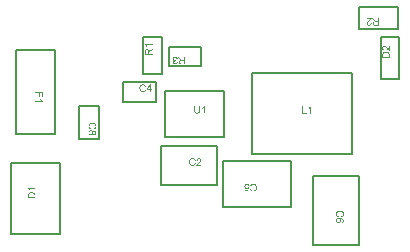
<source format=gbr>
%TF.GenerationSoftware,Altium Limited,Altium Designer,24.7.2 (38)*%
G04 Layer_Color=16711935*
%FSLAX45Y45*%
%MOMM*%
%TF.SameCoordinates,665F1D1F-C803-44D7-9F74-9D0A5895F251*%
%TF.FilePolarity,Positive*%
%TF.FileFunction,Other,Top_Assembly*%
%TF.Part,Single*%
G01*
G75*
%TA.AperFunction,NonConductor*%
%ADD30C,0.20000*%
G36*
X11707501Y6163522D02*
X11677822D01*
X11677083Y6163614D01*
X11676251D01*
X11674309Y6163707D01*
X11672275Y6163984D01*
X11670056Y6164261D01*
X11668022Y6164724D01*
X11667005Y6165001D01*
X11666173Y6165278D01*
X11666081D01*
X11665988Y6165371D01*
X11665433Y6165648D01*
X11664601Y6166018D01*
X11663584Y6166665D01*
X11662475Y6167497D01*
X11661273Y6168607D01*
X11660163Y6169901D01*
X11659054Y6171381D01*
Y6171473D01*
X11658961Y6171566D01*
X11658592Y6172120D01*
X11658222Y6173045D01*
X11657667Y6174247D01*
X11657205Y6175634D01*
X11656742Y6177298D01*
X11656465Y6179054D01*
X11656373Y6180996D01*
Y6181088D01*
Y6181273D01*
Y6181643D01*
X11656465Y6182105D01*
Y6182753D01*
X11656558Y6183400D01*
X11656927Y6184972D01*
X11657482Y6186821D01*
X11658222Y6188762D01*
X11659331Y6190704D01*
X11660071Y6191628D01*
X11660811Y6192553D01*
X11660903Y6192645D01*
X11660995Y6192738D01*
X11661273Y6193015D01*
X11661643Y6193293D01*
X11662105Y6193662D01*
X11662660Y6194032D01*
X11663399Y6194495D01*
X11664139Y6195049D01*
X11665064Y6195512D01*
X11666081Y6195974D01*
X11667190Y6196529D01*
X11668392Y6196991D01*
X11669779Y6197361D01*
X11671166Y6197823D01*
X11672737Y6198100D01*
X11674402Y6198378D01*
X11674217Y6198470D01*
X11673847Y6198655D01*
X11673292Y6199025D01*
X11672552Y6199395D01*
X11670888Y6200412D01*
X11670056Y6201059D01*
X11669317Y6201614D01*
X11669132Y6201799D01*
X11668669Y6202261D01*
X11667930Y6203001D01*
X11667005Y6203925D01*
X11665988Y6205219D01*
X11664786Y6206606D01*
X11663584Y6208271D01*
X11662290Y6210120D01*
X11651288Y6227501D01*
X11661828D01*
X11670241Y6214188D01*
Y6214095D01*
X11670426Y6213910D01*
X11670611Y6213633D01*
X11670888Y6213263D01*
X11671535Y6212246D01*
X11672368Y6210952D01*
X11673385Y6209565D01*
X11674402Y6208086D01*
X11675419Y6206699D01*
X11676343Y6205404D01*
X11676436Y6205312D01*
X11676713Y6204942D01*
X11677175Y6204387D01*
X11677822Y6203740D01*
X11679209Y6202353D01*
X11679949Y6201706D01*
X11680689Y6201151D01*
X11680781Y6201059D01*
X11680966Y6200967D01*
X11681336Y6200782D01*
X11681891Y6200504D01*
X11682445Y6200227D01*
X11683092Y6199949D01*
X11684572Y6199487D01*
X11684664D01*
X11684849Y6199395D01*
X11685219D01*
X11685681Y6199302D01*
X11686328Y6199210D01*
X11687068D01*
X11688085Y6199117D01*
X11698995D01*
Y6227501D01*
X11707501D01*
Y6163522D01*
D02*
G37*
G36*
X11647404Y6227409D02*
Y6227039D01*
Y6226484D01*
X11647312Y6225745D01*
X11647220Y6224913D01*
X11647035Y6223988D01*
X11646850Y6223063D01*
X11646480Y6222046D01*
Y6221954D01*
X11646387Y6221862D01*
X11646203Y6221307D01*
X11645833Y6220475D01*
X11645278Y6219365D01*
X11644538Y6218071D01*
X11643614Y6216592D01*
X11642597Y6215112D01*
X11641302Y6213541D01*
Y6213448D01*
X11641117Y6213356D01*
X11640655Y6212801D01*
X11639823Y6211969D01*
X11638621Y6210767D01*
X11637234Y6209380D01*
X11635478Y6207716D01*
X11633351Y6205867D01*
X11631040Y6203925D01*
X11630947Y6203833D01*
X11630577Y6203555D01*
X11630023Y6203093D01*
X11629376Y6202538D01*
X11628543Y6201799D01*
X11627526Y6200967D01*
X11626509Y6200042D01*
X11625307Y6199025D01*
X11622996Y6196806D01*
X11620685Y6194587D01*
X11619575Y6193478D01*
X11618558Y6192368D01*
X11617634Y6191351D01*
X11616894Y6190334D01*
Y6190242D01*
X11616709Y6190149D01*
X11616524Y6189872D01*
X11616339Y6189502D01*
X11615692Y6188485D01*
X11614952Y6187283D01*
X11614305Y6185804D01*
X11613658Y6184232D01*
X11613288Y6182475D01*
X11613103Y6180811D01*
Y6180719D01*
Y6180626D01*
X11613196Y6180071D01*
X11613288Y6179147D01*
X11613566Y6178130D01*
X11613935Y6176835D01*
X11614583Y6175541D01*
X11615415Y6174247D01*
X11616524Y6172952D01*
X11616709Y6172767D01*
X11617171Y6172398D01*
X11617819Y6171935D01*
X11618836Y6171288D01*
X11620130Y6170733D01*
X11621609Y6170179D01*
X11623366Y6169809D01*
X11625307Y6169716D01*
X11625862D01*
X11626232Y6169809D01*
X11627341Y6169901D01*
X11628636Y6170179D01*
X11630023Y6170548D01*
X11631594Y6171196D01*
X11633074Y6172028D01*
X11634461Y6173137D01*
X11634646Y6173322D01*
X11635015Y6173784D01*
X11635570Y6174524D01*
X11636125Y6175634D01*
X11636772Y6176928D01*
X11637327Y6178592D01*
X11637697Y6180441D01*
X11637881Y6182568D01*
X11645925Y6181736D01*
Y6181643D01*
X11645833Y6181366D01*
Y6180904D01*
X11645740Y6180256D01*
X11645555Y6179517D01*
X11645370Y6178685D01*
X11645093Y6177668D01*
X11644816Y6176651D01*
X11644076Y6174432D01*
X11642967Y6172213D01*
X11642319Y6171103D01*
X11641487Y6169994D01*
X11640655Y6168977D01*
X11639731Y6168052D01*
X11639638Y6167960D01*
X11639453Y6167867D01*
X11639176Y6167590D01*
X11638714Y6167313D01*
X11638159Y6166943D01*
X11637512Y6166573D01*
X11636772Y6166111D01*
X11635847Y6165648D01*
X11634830Y6165186D01*
X11633721Y6164724D01*
X11632519Y6164354D01*
X11631225Y6163984D01*
X11629838Y6163707D01*
X11628359Y6163429D01*
X11626787Y6163337D01*
X11625123Y6163244D01*
X11624198D01*
X11623551Y6163337D01*
X11622811Y6163429D01*
X11621887Y6163522D01*
X11620870Y6163707D01*
X11619853Y6163892D01*
X11617449Y6164539D01*
X11615045Y6165463D01*
X11613843Y6166018D01*
X11612641Y6166665D01*
X11611532Y6167497D01*
X11610514Y6168422D01*
X11610422Y6168514D01*
X11610237Y6168607D01*
X11610052Y6168977D01*
X11609682Y6169347D01*
X11609220Y6169809D01*
X11608758Y6170456D01*
X11608296Y6171103D01*
X11607741Y6171935D01*
X11606816Y6173692D01*
X11605892Y6175911D01*
X11605522Y6177020D01*
X11605337Y6178315D01*
X11605152Y6179609D01*
X11605060Y6180996D01*
Y6181181D01*
Y6181643D01*
X11605152Y6182383D01*
X11605245Y6183400D01*
X11605429Y6184509D01*
X11605799Y6185804D01*
X11606169Y6187191D01*
X11606724Y6188577D01*
X11606816Y6188762D01*
X11607001Y6189225D01*
X11607371Y6189964D01*
X11607926Y6190981D01*
X11608665Y6192091D01*
X11609590Y6193478D01*
X11610699Y6194864D01*
X11611994Y6196436D01*
X11612179Y6196621D01*
X11612641Y6197176D01*
X11613103Y6197638D01*
X11613566Y6198100D01*
X11614120Y6198655D01*
X11614860Y6199395D01*
X11615600Y6200134D01*
X11616524Y6200967D01*
X11617449Y6201891D01*
X11618558Y6202908D01*
X11619760Y6203925D01*
X11621054Y6205127D01*
X11622534Y6206329D01*
X11624013Y6207623D01*
X11624106Y6207716D01*
X11624290Y6207901D01*
X11624660Y6208178D01*
X11625123Y6208548D01*
X11625677Y6209103D01*
X11626324Y6209657D01*
X11627804Y6210859D01*
X11629376Y6212246D01*
X11630855Y6213633D01*
X11632149Y6214835D01*
X11632704Y6215297D01*
X11633166Y6215759D01*
X11633259Y6215852D01*
X11633536Y6216129D01*
X11633906Y6216499D01*
X11634368Y6217054D01*
X11634830Y6217701D01*
X11635385Y6218348D01*
X11636495Y6219920D01*
X11604967D01*
Y6227501D01*
X11647404D01*
Y6227409D01*
D02*
G37*
G36*
X11800001Y5950188D02*
X11799909D01*
X11799539D01*
X11798984D01*
X11798244Y5950280D01*
X11797412Y5950373D01*
X11796488Y5950558D01*
X11795563Y5950742D01*
X11794546Y5951112D01*
X11794454D01*
X11794361Y5951205D01*
X11793806Y5951390D01*
X11792974Y5951759D01*
X11791865Y5952314D01*
X11790571Y5953054D01*
X11789091Y5953978D01*
X11787612Y5954995D01*
X11786040Y5956290D01*
X11785948D01*
X11785855Y5956475D01*
X11785301Y5956937D01*
X11784468Y5957769D01*
X11783267Y5958971D01*
X11781880Y5960358D01*
X11780215Y5962115D01*
X11778366Y5964241D01*
X11776425Y5966552D01*
X11776332Y5966645D01*
X11776055Y5967015D01*
X11775593Y5967569D01*
X11775038Y5968217D01*
X11774298Y5969049D01*
X11773466Y5970066D01*
X11772542Y5971083D01*
X11771525Y5972285D01*
X11769306Y5974596D01*
X11767087Y5976908D01*
X11765977Y5978017D01*
X11764868Y5979034D01*
X11763851Y5979959D01*
X11762834Y5980698D01*
X11762741D01*
X11762649Y5980883D01*
X11762371Y5981068D01*
X11762002Y5981253D01*
X11760985Y5981900D01*
X11759783Y5982640D01*
X11758303Y5983287D01*
X11756732Y5983934D01*
X11754975Y5984304D01*
X11753311Y5984489D01*
X11753218D01*
X11753126D01*
X11752571Y5984396D01*
X11751647Y5984304D01*
X11750630Y5984027D01*
X11749335Y5983657D01*
X11748041Y5983010D01*
X11746746Y5982178D01*
X11745452Y5981068D01*
X11745267Y5980883D01*
X11744897Y5980421D01*
X11744435Y5979774D01*
X11743788Y5978757D01*
X11743233Y5977462D01*
X11742678Y5975983D01*
X11742308Y5974226D01*
X11742216Y5972285D01*
Y5971730D01*
X11742308Y5971360D01*
X11742401Y5970251D01*
X11742678Y5968956D01*
X11743048Y5967569D01*
X11743695Y5965998D01*
X11744527Y5964518D01*
X11745637Y5963132D01*
X11745822Y5962947D01*
X11746284Y5962577D01*
X11747024Y5962022D01*
X11748133Y5961467D01*
X11749428Y5960820D01*
X11751092Y5960265D01*
X11752941Y5959896D01*
X11755067Y5959711D01*
X11754235Y5951667D01*
X11754143D01*
X11753865Y5951759D01*
X11753403D01*
X11752756Y5951852D01*
X11752016Y5952037D01*
X11751184Y5952222D01*
X11750167Y5952499D01*
X11749150Y5952777D01*
X11746931Y5953516D01*
X11744712Y5954626D01*
X11743603Y5955273D01*
X11742493Y5956105D01*
X11741476Y5956937D01*
X11740552Y5957862D01*
X11740459Y5957954D01*
X11740367Y5958139D01*
X11740090Y5958416D01*
X11739812Y5958879D01*
X11739442Y5959433D01*
X11739073Y5960081D01*
X11738610Y5960820D01*
X11738148Y5961745D01*
X11737686Y5962762D01*
X11737223Y5963871D01*
X11736854Y5965073D01*
X11736484Y5966368D01*
X11736206Y5967754D01*
X11735929Y5969234D01*
X11735837Y5970805D01*
X11735744Y5972470D01*
Y5973394D01*
X11735837Y5974041D01*
X11735929Y5974781D01*
X11736021Y5975706D01*
X11736206Y5976723D01*
X11736391Y5977740D01*
X11737039Y5980143D01*
X11737963Y5982547D01*
X11738518Y5983749D01*
X11739165Y5984951D01*
X11739997Y5986061D01*
X11740922Y5987078D01*
X11741014Y5987170D01*
X11741107Y5987355D01*
X11741476Y5987540D01*
X11741846Y5987910D01*
X11742308Y5988372D01*
X11742956Y5988834D01*
X11743603Y5989297D01*
X11744435Y5989851D01*
X11746192Y5990776D01*
X11748411Y5991700D01*
X11749520Y5992070D01*
X11750814Y5992255D01*
X11752109Y5992440D01*
X11753496Y5992533D01*
X11753681D01*
X11754143D01*
X11754883Y5992440D01*
X11755900Y5992348D01*
X11757009Y5992163D01*
X11758303Y5991793D01*
X11759690Y5991423D01*
X11761077Y5990868D01*
X11761262Y5990776D01*
X11761724Y5990591D01*
X11762464Y5990221D01*
X11763481Y5989666D01*
X11764590Y5988927D01*
X11765977Y5988002D01*
X11767364Y5986893D01*
X11768936Y5985598D01*
X11769121Y5985413D01*
X11769675Y5984951D01*
X11770138Y5984489D01*
X11770600Y5984027D01*
X11771155Y5983472D01*
X11771894Y5982732D01*
X11772634Y5981993D01*
X11773466Y5981068D01*
X11774391Y5980143D01*
X11775408Y5979034D01*
X11776425Y5977832D01*
X11777627Y5976538D01*
X11778829Y5975058D01*
X11780123Y5973579D01*
X11780215Y5973487D01*
X11780400Y5973302D01*
X11780678Y5972932D01*
X11781048Y5972470D01*
X11781602Y5971915D01*
X11782157Y5971268D01*
X11783359Y5969788D01*
X11784746Y5968217D01*
X11786133Y5966737D01*
X11787335Y5965443D01*
X11787797Y5964888D01*
X11788259Y5964426D01*
X11788352Y5964334D01*
X11788629Y5964056D01*
X11788999Y5963686D01*
X11789554Y5963224D01*
X11790201Y5962762D01*
X11790848Y5962207D01*
X11792420Y5961098D01*
Y5992625D01*
X11800001D01*
Y5950188D01*
D02*
G37*
G36*
X11769583Y5942791D02*
X11770323D01*
X11772079Y5942699D01*
X11774113Y5942421D01*
X11776240Y5942144D01*
X11778459Y5941682D01*
X11780678Y5941127D01*
X11780770D01*
X11780955Y5941035D01*
X11781232Y5940942D01*
X11781602Y5940850D01*
X11782619Y5940480D01*
X11783914Y5939925D01*
X11785393Y5939370D01*
X11786872Y5938631D01*
X11788444Y5937706D01*
X11789923Y5936782D01*
X11790108Y5936689D01*
X11790571Y5936319D01*
X11791218Y5935765D01*
X11792050Y5935025D01*
X11792974Y5934193D01*
X11793899Y5933176D01*
X11794916Y5932159D01*
X11795748Y5930957D01*
X11795841Y5930772D01*
X11796118Y5930402D01*
X11796488Y5929755D01*
X11796950Y5928830D01*
X11797505Y5927721D01*
X11797967Y5926427D01*
X11798522Y5924947D01*
X11798984Y5923283D01*
Y5923098D01*
X11799076Y5922821D01*
X11799169Y5922543D01*
X11799261Y5921619D01*
X11799446Y5920324D01*
X11799631Y5918845D01*
X11799816Y5917088D01*
X11799909Y5915147D01*
X11800001Y5913020D01*
Y5889999D01*
X11736021D01*
Y5914592D01*
X11736114Y5916256D01*
X11736206Y5918106D01*
X11736391Y5919955D01*
X11736669Y5921804D01*
X11736946Y5923376D01*
Y5923468D01*
X11737039Y5923653D01*
Y5923930D01*
X11737223Y5924300D01*
X11737501Y5925317D01*
X11737963Y5926611D01*
X11738610Y5928091D01*
X11739442Y5929663D01*
X11740367Y5931234D01*
X11741569Y5932714D01*
X11741661Y5932806D01*
X11741754Y5932898D01*
X11742031Y5933176D01*
X11742308Y5933546D01*
X11743233Y5934470D01*
X11744527Y5935580D01*
X11746099Y5936782D01*
X11747948Y5938076D01*
X11750075Y5939278D01*
X11752479Y5940295D01*
X11752571D01*
X11752756Y5940387D01*
X11753126Y5940572D01*
X11753681Y5940665D01*
X11754328Y5940942D01*
X11755067Y5941127D01*
X11755900Y5941312D01*
X11756917Y5941589D01*
X11757934Y5941867D01*
X11759135Y5942052D01*
X11761724Y5942514D01*
X11764590Y5942791D01*
X11767734Y5942884D01*
X11767826D01*
X11768011D01*
X11768474D01*
X11768936D01*
X11769583Y5942791D01*
D02*
G37*
G36*
X11380225Y4597389D02*
X11381149D01*
X11382074Y4597297D01*
X11383276Y4597204D01*
X11384478Y4597019D01*
X11387159Y4596557D01*
X11390117Y4595910D01*
X11393076Y4594985D01*
X11395942Y4593691D01*
X11396035Y4593598D01*
X11396312Y4593506D01*
X11396682Y4593321D01*
X11397144Y4592951D01*
X11397791Y4592581D01*
X11398531Y4592119D01*
X11400195Y4590917D01*
X11402044Y4589345D01*
X11403893Y4587496D01*
X11405742Y4585370D01*
X11407314Y4582873D01*
X11407407Y4582781D01*
X11407499Y4582504D01*
X11407684Y4582134D01*
X11407961Y4581672D01*
X11408239Y4580932D01*
X11408516Y4580192D01*
X11408886Y4579268D01*
X11409256Y4578251D01*
X11409626Y4577141D01*
X11409995Y4575939D01*
X11410550Y4573351D01*
X11411012Y4570392D01*
X11411197Y4567341D01*
Y4566416D01*
X11411105Y4565769D01*
X11411012Y4564937D01*
X11410920Y4563920D01*
X11410828Y4562903D01*
X11410550Y4561701D01*
X11409995Y4559205D01*
X11409163Y4556431D01*
X11408609Y4555044D01*
X11407961Y4553750D01*
X11407129Y4552455D01*
X11406297Y4551161D01*
X11406205Y4551069D01*
X11406112Y4550884D01*
X11405835Y4550514D01*
X11405373Y4550052D01*
X11404910Y4549589D01*
X11404263Y4548942D01*
X11403524Y4548295D01*
X11402784Y4547555D01*
X11401859Y4546816D01*
X11400750Y4546076D01*
X11399640Y4545244D01*
X11398438Y4544504D01*
X11397052Y4543857D01*
X11395665Y4543117D01*
X11394185Y4542563D01*
X11392521Y4542008D01*
X11390580Y4550329D01*
X11390672D01*
X11390857Y4550421D01*
X11391227Y4550606D01*
X11391689Y4550791D01*
X11392244Y4550976D01*
X11392984Y4551254D01*
X11394463Y4551993D01*
X11396127Y4552918D01*
X11397791Y4554027D01*
X11399363Y4555414D01*
X11400750Y4556893D01*
X11400935Y4557078D01*
X11401305Y4557633D01*
X11401767Y4558558D01*
X11402414Y4559759D01*
X11402969Y4561331D01*
X11403524Y4563088D01*
X11403893Y4565214D01*
X11403986Y4567526D01*
Y4568265D01*
X11403893Y4568728D01*
Y4569375D01*
X11403801Y4570115D01*
X11403524Y4571871D01*
X11403154Y4573813D01*
X11402507Y4575847D01*
X11401582Y4577973D01*
X11400380Y4579915D01*
Y4580007D01*
X11400195Y4580100D01*
X11399733Y4580747D01*
X11398993Y4581579D01*
X11397884Y4582596D01*
X11396497Y4583798D01*
X11394925Y4584908D01*
X11392984Y4585925D01*
X11390857Y4586849D01*
X11390765D01*
X11390580Y4586942D01*
X11390302Y4587034D01*
X11389840Y4587126D01*
X11389285Y4587311D01*
X11388638Y4587496D01*
X11387066Y4587774D01*
X11385217Y4588143D01*
X11383183Y4588513D01*
X11380964Y4588698D01*
X11378560Y4588791D01*
X11378468D01*
X11378191D01*
X11377728D01*
X11377174D01*
X11376526Y4588698D01*
X11375694D01*
X11374770Y4588606D01*
X11373753Y4588513D01*
X11371534Y4588236D01*
X11369130Y4587774D01*
X11366726Y4587219D01*
X11364322Y4586479D01*
X11364230D01*
X11364045Y4586387D01*
X11363767Y4586202D01*
X11363305Y4586017D01*
X11362196Y4585462D01*
X11360901Y4584630D01*
X11359422Y4583613D01*
X11357850Y4582319D01*
X11356463Y4580839D01*
X11355169Y4579083D01*
Y4578990D01*
X11355077Y4578805D01*
X11354892Y4578528D01*
X11354707Y4578158D01*
X11354522Y4577696D01*
X11354245Y4577141D01*
X11353690Y4575847D01*
X11353135Y4574183D01*
X11352673Y4572334D01*
X11352303Y4570299D01*
X11352210Y4568173D01*
Y4567526D01*
X11352303Y4566971D01*
Y4566324D01*
X11352395Y4565677D01*
X11352765Y4564012D01*
X11353227Y4562071D01*
X11353967Y4560129D01*
X11354984Y4558095D01*
X11355539Y4557078D01*
X11356279Y4556154D01*
X11356371Y4556061D01*
X11356463Y4555969D01*
X11356741Y4555691D01*
X11357018Y4555322D01*
X11357480Y4554952D01*
X11358035Y4554489D01*
X11358590Y4553935D01*
X11359330Y4553472D01*
X11360162Y4552918D01*
X11361086Y4552271D01*
X11362011Y4551716D01*
X11363120Y4551161D01*
X11364322Y4550699D01*
X11365617Y4550237D01*
X11367003Y4549774D01*
X11368483Y4549404D01*
X11366356Y4540898D01*
X11366264D01*
X11365894Y4540991D01*
X11365339Y4541176D01*
X11364600Y4541453D01*
X11363767Y4541731D01*
X11362750Y4542100D01*
X11361641Y4542563D01*
X11360439Y4543117D01*
X11357850Y4544412D01*
X11355262Y4546076D01*
X11353967Y4547093D01*
X11352673Y4548110D01*
X11351563Y4549220D01*
X11350454Y4550514D01*
X11350361Y4550606D01*
X11350176Y4550791D01*
X11349992Y4551254D01*
X11349622Y4551716D01*
X11349159Y4552455D01*
X11348697Y4553195D01*
X11348235Y4554212D01*
X11347773Y4555229D01*
X11347218Y4556431D01*
X11346756Y4557725D01*
X11346293Y4559112D01*
X11345831Y4560592D01*
X11345461Y4562163D01*
X11345276Y4563828D01*
X11345091Y4565584D01*
X11344999Y4567433D01*
Y4568450D01*
X11345091Y4569190D01*
Y4570022D01*
X11345184Y4571039D01*
X11345369Y4572149D01*
X11345554Y4573443D01*
X11346016Y4576124D01*
X11346756Y4578898D01*
X11347773Y4581672D01*
X11348420Y4582966D01*
X11349159Y4584260D01*
X11349252Y4584353D01*
X11349344Y4584538D01*
X11349622Y4584908D01*
X11349992Y4585277D01*
X11350361Y4585832D01*
X11350916Y4586479D01*
X11351563Y4587219D01*
X11352303Y4587959D01*
X11353135Y4588698D01*
X11353967Y4589530D01*
X11356094Y4591195D01*
X11358590Y4592766D01*
X11361364Y4594153D01*
X11361456D01*
X11361733Y4594338D01*
X11362196Y4594430D01*
X11362750Y4594708D01*
X11363490Y4594893D01*
X11364415Y4595170D01*
X11365432Y4595540D01*
X11366541Y4595817D01*
X11367743Y4596095D01*
X11369130Y4596465D01*
X11371996Y4596927D01*
X11375232Y4597297D01*
X11378560Y4597482D01*
X11378653D01*
X11379023D01*
X11379577D01*
X11380225Y4597389D01*
D02*
G37*
G36*
X11377728Y4533964D02*
X11379023D01*
X11380502Y4533872D01*
X11382259Y4533687D01*
X11384200Y4533502D01*
X11386327Y4533225D01*
X11388453Y4532855D01*
X11390765Y4532393D01*
X11392984Y4531838D01*
X11395203Y4531191D01*
X11397329Y4530358D01*
X11399363Y4529434D01*
X11401305Y4528417D01*
X11402969Y4527215D01*
X11403061Y4527123D01*
X11403246Y4526938D01*
X11403616Y4526568D01*
X11404171Y4526106D01*
X11404725Y4525551D01*
X11405280Y4524811D01*
X11406020Y4523887D01*
X11406667Y4522962D01*
X11407314Y4521853D01*
X11408054Y4520651D01*
X11408609Y4519264D01*
X11409256Y4517877D01*
X11409718Y4516305D01*
X11410088Y4514641D01*
X11410273Y4512884D01*
X11410365Y4511035D01*
Y4510296D01*
X11410273Y4509741D01*
Y4509094D01*
X11410180Y4508354D01*
X11409811Y4506597D01*
X11409348Y4504656D01*
X11408609Y4502622D01*
X11407499Y4500588D01*
X11406852Y4499571D01*
X11406112Y4498646D01*
X11406020Y4498554D01*
X11405927Y4498461D01*
X11405650Y4498184D01*
X11405373Y4497906D01*
X11404910Y4497444D01*
X11404356Y4497074D01*
X11403061Y4496057D01*
X11401397Y4495040D01*
X11399363Y4494116D01*
X11397052Y4493284D01*
X11394463Y4492729D01*
X11393816Y4500588D01*
X11393908D01*
X11394001Y4500680D01*
X11394555Y4500773D01*
X11395387Y4501050D01*
X11396404Y4501420D01*
X11397514Y4501790D01*
X11398623Y4502344D01*
X11399640Y4502992D01*
X11400472Y4503639D01*
X11400657Y4503824D01*
X11401027Y4504193D01*
X11401582Y4504841D01*
X11402229Y4505765D01*
X11402784Y4506967D01*
X11403339Y4508261D01*
X11403708Y4509833D01*
X11403893Y4511497D01*
Y4512145D01*
X11403801Y4512884D01*
X11403616Y4513716D01*
X11403339Y4514826D01*
X11402969Y4515935D01*
X11402507Y4517045D01*
X11401767Y4518154D01*
X11401674Y4518339D01*
X11401305Y4518801D01*
X11400657Y4519449D01*
X11399733Y4520281D01*
X11398623Y4521205D01*
X11397329Y4522222D01*
X11395665Y4523147D01*
X11393816Y4524071D01*
X11393723D01*
X11393538Y4524164D01*
X11393261Y4524256D01*
X11392891Y4524441D01*
X11392336Y4524534D01*
X11391689Y4524719D01*
X11390950Y4524904D01*
X11390025Y4525088D01*
X11389008Y4525366D01*
X11387898Y4525551D01*
X11386697Y4525736D01*
X11385402Y4525828D01*
X11383923Y4526013D01*
X11382444Y4526106D01*
X11380779Y4526198D01*
X11379115D01*
X11379208Y4526106D01*
X11379762Y4525736D01*
X11380502Y4525088D01*
X11381427Y4524256D01*
X11382536Y4523332D01*
X11383553Y4522130D01*
X11384570Y4520836D01*
X11385495Y4519356D01*
Y4519264D01*
X11385587Y4519171D01*
X11385864Y4518617D01*
X11386142Y4517784D01*
X11386604Y4516675D01*
X11386974Y4515381D01*
X11387251Y4513901D01*
X11387529Y4512330D01*
X11387621Y4510665D01*
Y4509926D01*
X11387529Y4509371D01*
X11387436Y4508631D01*
X11387344Y4507892D01*
X11387159Y4506967D01*
X11386881Y4506043D01*
X11386234Y4503916D01*
X11385772Y4502807D01*
X11385125Y4501697D01*
X11384478Y4500588D01*
X11383738Y4499386D01*
X11382813Y4498276D01*
X11381796Y4497259D01*
X11381704Y4497167D01*
X11381519Y4496982D01*
X11381242Y4496704D01*
X11380779Y4496427D01*
X11380132Y4495965D01*
X11379485Y4495503D01*
X11378653Y4495040D01*
X11377728Y4494486D01*
X11376711Y4493931D01*
X11375602Y4493469D01*
X11374307Y4493006D01*
X11373013Y4492544D01*
X11371626Y4492267D01*
X11370054Y4491989D01*
X11368483Y4491804D01*
X11366819Y4491712D01*
X11366726D01*
X11366541D01*
X11366264D01*
X11365801D01*
X11365247Y4491804D01*
X11364692D01*
X11363213Y4492082D01*
X11361456Y4492359D01*
X11359607Y4492821D01*
X11357573Y4493469D01*
X11355631Y4494393D01*
X11355539D01*
X11355446Y4494486D01*
X11355169Y4494670D01*
X11354799Y4494855D01*
X11353875Y4495410D01*
X11352673Y4496242D01*
X11351378Y4497259D01*
X11350084Y4498461D01*
X11348790Y4499940D01*
X11347680Y4501512D01*
Y4501605D01*
X11347588Y4501697D01*
X11347403Y4501974D01*
X11347310Y4502344D01*
X11346848Y4503269D01*
X11346386Y4504471D01*
X11345831Y4506043D01*
X11345461Y4507799D01*
X11345091Y4509741D01*
X11344999Y4511867D01*
Y4512330D01*
X11345091Y4512792D01*
Y4513531D01*
X11345184Y4514364D01*
X11345369Y4515288D01*
X11345646Y4516398D01*
X11345923Y4517507D01*
X11346293Y4518801D01*
X11346756Y4520096D01*
X11347310Y4521390D01*
X11348050Y4522777D01*
X11348882Y4524071D01*
X11349807Y4525366D01*
X11350916Y4526660D01*
X11352210Y4527862D01*
X11352303Y4527955D01*
X11352580Y4528140D01*
X11352950Y4528417D01*
X11353597Y4528787D01*
X11354429Y4529341D01*
X11355354Y4529804D01*
X11356556Y4530358D01*
X11357850Y4530913D01*
X11359422Y4531560D01*
X11361179Y4532115D01*
X11363120Y4532577D01*
X11365247Y4533040D01*
X11367651Y4533502D01*
X11370239Y4533779D01*
X11373013Y4533964D01*
X11375972Y4534057D01*
X11376064D01*
X11376157D01*
X11376434D01*
X11376804D01*
X11377728Y4533964D01*
D02*
G37*
G36*
X11135860Y5418399D02*
X11128001D01*
Y5468417D01*
X11127909Y5468325D01*
X11127446Y5467955D01*
X11126892Y5467400D01*
X11125967Y5466753D01*
X11124950Y5465921D01*
X11123656Y5464996D01*
X11122176Y5463979D01*
X11120512Y5462962D01*
X11120420D01*
X11120327Y5462870D01*
X11119773Y5462500D01*
X11118848Y5462038D01*
X11117738Y5461483D01*
X11116444Y5460836D01*
X11115057Y5460189D01*
X11113670Y5459542D01*
X11112284Y5458987D01*
Y5466568D01*
X11112376D01*
X11112561Y5466753D01*
X11112931Y5466846D01*
X11113393Y5467123D01*
X11113948Y5467400D01*
X11114595Y5467770D01*
X11116167Y5468695D01*
X11118016Y5469712D01*
X11119865Y5471006D01*
X11121807Y5472485D01*
X11123748Y5474057D01*
X11123841Y5474150D01*
X11123933Y5474242D01*
X11124210Y5474519D01*
X11124580Y5474797D01*
X11125412Y5475721D01*
X11126522Y5476831D01*
X11127631Y5478125D01*
X11128833Y5479604D01*
X11129850Y5481084D01*
X11130775Y5482656D01*
X11135860D01*
Y5418399D01*
D02*
G37*
G36*
X11067905Y5425980D02*
X11099432D01*
Y5418399D01*
X11059399D01*
Y5482378D01*
X11067905D01*
Y5425980D01*
D02*
G37*
G36*
X9984756Y5899908D02*
X9985496Y5899816D01*
X9986328Y5899723D01*
X9987253Y5899538D01*
X9988270Y5899353D01*
X9990489Y5898799D01*
X9992800Y5897874D01*
X9994002Y5897319D01*
X9995111Y5896672D01*
X9996221Y5895840D01*
X9997330Y5895008D01*
X9997423Y5894916D01*
X9997608Y5894731D01*
X9997885Y5894453D01*
X9998162Y5894083D01*
X9998625Y5893621D01*
X9999087Y5892974D01*
X9999642Y5892327D01*
X10000196Y5891495D01*
X10000751Y5890570D01*
X10001306Y5889646D01*
X10002323Y5887427D01*
X10003155Y5884838D01*
X10003432Y5883451D01*
X10003617Y5881972D01*
X9995759Y5880955D01*
Y5881047D01*
X9995666Y5881232D01*
X9995574Y5881602D01*
X9995481Y5882064D01*
X9995389Y5882619D01*
X9995204Y5883266D01*
X9994742Y5884653D01*
X9994094Y5886317D01*
X9993262Y5887889D01*
X9992338Y5889368D01*
X9991228Y5890663D01*
X9991043Y5890755D01*
X9990673Y5891125D01*
X9989934Y5891587D01*
X9989009Y5892049D01*
X9987900Y5892604D01*
X9986513Y5893066D01*
X9984941Y5893436D01*
X9983277Y5893529D01*
X9982722D01*
X9982352Y5893436D01*
X9981335Y5893344D01*
X9980041Y5893066D01*
X9978562Y5892604D01*
X9976990Y5891957D01*
X9975418Y5891032D01*
X9973939Y5889738D01*
X9973754Y5889553D01*
X9973292Y5888998D01*
X9972737Y5888166D01*
X9971997Y5887057D01*
X9971258Y5885670D01*
X9970703Y5884098D01*
X9970241Y5882249D01*
X9970056Y5880215D01*
Y5880123D01*
Y5879938D01*
Y5879660D01*
X9970148Y5879291D01*
X9970241Y5878273D01*
X9970518Y5877072D01*
X9970888Y5875592D01*
X9971535Y5874113D01*
X9972460Y5872634D01*
X9973662Y5871247D01*
X9973846Y5871062D01*
X9974309Y5870692D01*
X9975048Y5870137D01*
X9976065Y5869490D01*
X9977360Y5868843D01*
X9978932Y5868288D01*
X9980688Y5867918D01*
X9982630Y5867734D01*
X9983462D01*
X9984109Y5867826D01*
X9984941Y5867918D01*
X9985866Y5868103D01*
X9986975Y5868288D01*
X9988177Y5868566D01*
X9987253Y5861631D01*
X9986790D01*
X9986420Y5861724D01*
X9985219D01*
X9984202Y5861539D01*
X9983000Y5861354D01*
X9981613Y5861077D01*
X9980041Y5860614D01*
X9978562Y5859967D01*
X9976990Y5859135D01*
X9976897D01*
X9976805Y5859043D01*
X9976343Y5858673D01*
X9975696Y5858026D01*
X9974956Y5857194D01*
X9974216Y5855992D01*
X9973569Y5854605D01*
X9973107Y5853033D01*
X9972922Y5852108D01*
Y5851091D01*
Y5850999D01*
Y5850907D01*
Y5850352D01*
X9973107Y5849612D01*
X9973292Y5848595D01*
X9973662Y5847486D01*
X9974124Y5846284D01*
X9974863Y5845082D01*
X9975880Y5843972D01*
X9975973Y5843880D01*
X9976435Y5843510D01*
X9977082Y5843048D01*
X9977915Y5842493D01*
X9979024Y5842031D01*
X9980318Y5841568D01*
X9981798Y5841199D01*
X9983462Y5841106D01*
X9984202D01*
X9985034Y5841291D01*
X9986143Y5841476D01*
X9987345Y5841846D01*
X9988547Y5842308D01*
X9989841Y5843048D01*
X9991043Y5843972D01*
X9991136Y5844065D01*
X9991506Y5844527D01*
X9992060Y5845174D01*
X9992707Y5846099D01*
X9993355Y5847301D01*
X9994002Y5848780D01*
X9994557Y5850537D01*
X9994926Y5852571D01*
X10002785Y5851184D01*
Y5851091D01*
X10002693Y5850814D01*
X10002600Y5850444D01*
X10002508Y5849889D01*
X10002323Y5849242D01*
X10002046Y5848503D01*
X10001491Y5846746D01*
X10000566Y5844712D01*
X9999457Y5842678D01*
X9998070Y5840736D01*
X9996313Y5838980D01*
X9996221Y5838887D01*
X9996036Y5838795D01*
X9995759Y5838610D01*
X9995389Y5838332D01*
X9994926Y5837963D01*
X9994279Y5837593D01*
X9993632Y5837223D01*
X9992800Y5836761D01*
X9990951Y5836021D01*
X9988824Y5835281D01*
X9986328Y5834819D01*
X9985034Y5834634D01*
X9982722D01*
X9981705Y5834727D01*
X9980503Y5834912D01*
X9979024Y5835189D01*
X9977360Y5835651D01*
X9975696Y5836206D01*
X9974031Y5836946D01*
X9973939D01*
X9973846Y5837038D01*
X9973292Y5837315D01*
X9972460Y5837870D01*
X9971535Y5838517D01*
X9970426Y5839442D01*
X9969316Y5840459D01*
X9968207Y5841661D01*
X9967282Y5843048D01*
X9967190Y5843233D01*
X9966912Y5843695D01*
X9966542Y5844527D01*
X9966080Y5845544D01*
X9965618Y5846746D01*
X9965248Y5848133D01*
X9964971Y5849705D01*
X9964878Y5851276D01*
Y5851461D01*
Y5852016D01*
X9964971Y5852756D01*
X9965156Y5853773D01*
X9965433Y5854975D01*
X9965895Y5856269D01*
X9966450Y5857563D01*
X9967190Y5858858D01*
X9967282Y5859043D01*
X9967559Y5859412D01*
X9968114Y5860060D01*
X9968854Y5860799D01*
X9969778Y5861631D01*
X9970888Y5862556D01*
X9972182Y5863388D01*
X9973754Y5864220D01*
X9973662D01*
X9973477Y5864313D01*
X9973199Y5864405D01*
X9972829Y5864498D01*
X9971812Y5864867D01*
X9970518Y5865422D01*
X9969039Y5866162D01*
X9967559Y5867086D01*
X9966173Y5868288D01*
X9964878Y5869675D01*
X9964786Y5869860D01*
X9964416Y5870415D01*
X9963861Y5871339D01*
X9963306Y5872541D01*
X9962752Y5874021D01*
X9962197Y5875777D01*
X9961827Y5877811D01*
X9961735Y5880030D01*
Y5880123D01*
Y5880400D01*
Y5880862D01*
X9961827Y5881417D01*
X9961920Y5882157D01*
X9962105Y5882989D01*
X9962289Y5883913D01*
X9962474Y5884930D01*
X9963214Y5887149D01*
X9963769Y5888351D01*
X9964323Y5889461D01*
X9965063Y5890663D01*
X9965895Y5891865D01*
X9966820Y5893066D01*
X9967929Y5894176D01*
X9968022Y5894268D01*
X9968207Y5894453D01*
X9968576Y5894731D01*
X9969039Y5895100D01*
X9969593Y5895563D01*
X9970333Y5896025D01*
X9971165Y5896580D01*
X9972182Y5897042D01*
X9973199Y5897597D01*
X9974401Y5898152D01*
X9975603Y5898614D01*
X9976990Y5899076D01*
X9978469Y5899446D01*
X9980041Y5899723D01*
X9981613Y5899908D01*
X9983369Y5900001D01*
X9984202D01*
X9984756Y5899908D01*
D02*
G37*
G36*
X10064916Y5834912D02*
X10035237D01*
X10034498Y5835004D01*
X10033665D01*
X10031724Y5835097D01*
X10029690Y5835374D01*
X10027471Y5835651D01*
X10025437Y5836114D01*
X10024420Y5836391D01*
X10023588Y5836668D01*
X10023495D01*
X10023403Y5836761D01*
X10022848Y5837038D01*
X10022016Y5837408D01*
X10020999Y5838055D01*
X10019890Y5838887D01*
X10018688Y5839997D01*
X10017578Y5841291D01*
X10016469Y5842770D01*
Y5842863D01*
X10016376Y5842955D01*
X10016006Y5843510D01*
X10015637Y5844435D01*
X10015082Y5845637D01*
X10014620Y5847023D01*
X10014157Y5848688D01*
X10013880Y5850444D01*
X10013787Y5852386D01*
Y5852478D01*
Y5852663D01*
Y5853033D01*
X10013880Y5853495D01*
Y5854142D01*
X10013972Y5854790D01*
X10014342Y5856361D01*
X10014897Y5858211D01*
X10015637Y5860152D01*
X10016746Y5862094D01*
X10017486Y5863018D01*
X10018225Y5863943D01*
X10018318Y5864035D01*
X10018410Y5864128D01*
X10018688Y5864405D01*
X10019057Y5864682D01*
X10019520Y5865052D01*
X10020074Y5865422D01*
X10020814Y5865884D01*
X10021554Y5866439D01*
X10022478Y5866901D01*
X10023495Y5867364D01*
X10024605Y5867918D01*
X10025807Y5868381D01*
X10027194Y5868751D01*
X10028580Y5869213D01*
X10030152Y5869490D01*
X10031816Y5869768D01*
X10031631Y5869860D01*
X10031262Y5870045D01*
X10030707Y5870415D01*
X10029967Y5870785D01*
X10028303Y5871802D01*
X10027471Y5872449D01*
X10026731Y5873003D01*
X10026546Y5873188D01*
X10026084Y5873651D01*
X10025344Y5874390D01*
X10024420Y5875315D01*
X10023403Y5876609D01*
X10022201Y5877996D01*
X10020999Y5879660D01*
X10019705Y5881509D01*
X10008702Y5898891D01*
X10019242D01*
X10027656Y5885578D01*
Y5885485D01*
X10027841Y5885300D01*
X10028026Y5885023D01*
X10028303Y5884653D01*
X10028950Y5883636D01*
X10029782Y5882342D01*
X10030799Y5880955D01*
X10031816Y5879475D01*
X10032833Y5878089D01*
X10033758Y5876794D01*
X10033850Y5876702D01*
X10034128Y5876332D01*
X10034590Y5875777D01*
X10035237Y5875130D01*
X10036624Y5873743D01*
X10037364Y5873096D01*
X10038103Y5872541D01*
X10038196Y5872449D01*
X10038381Y5872356D01*
X10038751Y5872171D01*
X10039305Y5871894D01*
X10039860Y5871617D01*
X10040507Y5871339D01*
X10041987Y5870877D01*
X10042079D01*
X10042264Y5870785D01*
X10042634D01*
X10043096Y5870692D01*
X10043743Y5870600D01*
X10044483D01*
X10045500Y5870507D01*
X10056410D01*
Y5898891D01*
X10064916D01*
Y5834912D01*
D02*
G37*
G36*
X9792501Y5995431D02*
X9742482D01*
X9742575Y5995339D01*
X9742945Y5994877D01*
X9743499Y5994322D01*
X9744147Y5993397D01*
X9744979Y5992380D01*
X9745903Y5991086D01*
X9746920Y5989607D01*
X9747937Y5987943D01*
Y5987850D01*
X9748030Y5987758D01*
X9748400Y5987203D01*
X9748862Y5986278D01*
X9749417Y5985169D01*
X9750064Y5983874D01*
X9750711Y5982488D01*
X9751358Y5981101D01*
X9751913Y5979714D01*
X9744332D01*
Y5979806D01*
X9744147Y5979991D01*
X9744054Y5980361D01*
X9743777Y5980823D01*
X9743499Y5981378D01*
X9743130Y5982025D01*
X9742205Y5983597D01*
X9741188Y5985446D01*
X9739894Y5987295D01*
X9738414Y5989237D01*
X9736843Y5991179D01*
X9736750Y5991271D01*
X9736658Y5991363D01*
X9736380Y5991641D01*
X9736103Y5992011D01*
X9735178Y5992843D01*
X9734069Y5993952D01*
X9732775Y5995062D01*
X9731295Y5996264D01*
X9729816Y5997281D01*
X9728244Y5998205D01*
Y6003290D01*
X9792501D01*
Y5995431D01*
D02*
G37*
G36*
Y5958172D02*
X9779187Y5949758D01*
X9779095D01*
X9778910Y5949573D01*
X9778633Y5949388D01*
X9778263Y5949111D01*
X9777246Y5948464D01*
X9775951Y5947632D01*
X9774565Y5946615D01*
X9773085Y5945598D01*
X9771699Y5944581D01*
X9770404Y5943656D01*
X9770312Y5943564D01*
X9769942Y5943286D01*
X9769387Y5942824D01*
X9768740Y5942177D01*
X9767353Y5940790D01*
X9766706Y5940050D01*
X9766151Y5939311D01*
X9766059Y5939218D01*
X9765966Y5939033D01*
X9765781Y5938664D01*
X9765504Y5938109D01*
X9765227Y5937554D01*
X9764949Y5936907D01*
X9764487Y5935428D01*
Y5935335D01*
X9764394Y5935150D01*
Y5934780D01*
X9764302Y5934318D01*
X9764210Y5933671D01*
Y5932931D01*
X9764117Y5931914D01*
Y5921004D01*
X9792501D01*
Y5912498D01*
X9728522D01*
Y5942177D01*
X9728614Y5942916D01*
Y5943749D01*
X9728706Y5945690D01*
X9728984Y5947724D01*
X9729261Y5949943D01*
X9729723Y5951977D01*
X9730001Y5952994D01*
X9730278Y5953826D01*
Y5953919D01*
X9730371Y5954011D01*
X9730648Y5954566D01*
X9731018Y5955398D01*
X9731665Y5956415D01*
X9732497Y5957525D01*
X9733607Y5958726D01*
X9734901Y5959836D01*
X9736380Y5960945D01*
X9736473D01*
X9736565Y5961038D01*
X9737120Y5961408D01*
X9738045Y5961778D01*
X9739246Y5962332D01*
X9740633Y5962795D01*
X9742298Y5963257D01*
X9744054Y5963534D01*
X9745996Y5963627D01*
X9746088D01*
X9746273D01*
X9746643D01*
X9747105Y5963534D01*
X9747752D01*
X9748400Y5963442D01*
X9749971Y5963072D01*
X9751820Y5962517D01*
X9753762Y5961778D01*
X9755704Y5960668D01*
X9756628Y5959928D01*
X9757553Y5959189D01*
X9757645Y5959096D01*
X9757738Y5959004D01*
X9758015Y5958726D01*
X9758292Y5958357D01*
X9758662Y5957894D01*
X9759032Y5957340D01*
X9759494Y5956600D01*
X9760049Y5955860D01*
X9760511Y5954936D01*
X9760974Y5953919D01*
X9761528Y5952809D01*
X9761991Y5951607D01*
X9762360Y5950221D01*
X9762823Y5948834D01*
X9763100Y5947262D01*
X9763377Y5945598D01*
X9763470Y5945783D01*
X9763655Y5946152D01*
X9764025Y5946707D01*
X9764394Y5947447D01*
X9765412Y5949111D01*
X9766059Y5949943D01*
X9766613Y5950683D01*
X9766798Y5950868D01*
X9767261Y5951330D01*
X9768000Y5952070D01*
X9768925Y5952994D01*
X9770219Y5954011D01*
X9771606Y5955213D01*
X9773270Y5956415D01*
X9775119Y5957709D01*
X9792501Y5968712D01*
Y5958172D01*
D02*
G37*
G36*
X8800001Y4783024D02*
X8749983D01*
X8750075Y4782932D01*
X8750445Y4782469D01*
X8751000Y4781915D01*
X8751647Y4780990D01*
X8752479Y4779973D01*
X8753403Y4778679D01*
X8754420Y4777199D01*
X8755437Y4775535D01*
Y4775443D01*
X8755530Y4775350D01*
X8755900Y4774796D01*
X8756362Y4773871D01*
X8756917Y4772762D01*
X8757564Y4771467D01*
X8758211Y4770080D01*
X8758858Y4768694D01*
X8759413Y4767307D01*
X8751832D01*
Y4767399D01*
X8751647Y4767584D01*
X8751554Y4767954D01*
X8751277Y4768416D01*
X8751000Y4768971D01*
X8750630Y4769618D01*
X8749705Y4771190D01*
X8748688Y4773039D01*
X8747394Y4774888D01*
X8745914Y4776830D01*
X8744343Y4778771D01*
X8744250Y4778864D01*
X8744158Y4778956D01*
X8743880Y4779234D01*
X8743603Y4779603D01*
X8742678Y4780435D01*
X8741569Y4781545D01*
X8740275Y4782654D01*
X8738795Y4783856D01*
X8737316Y4784873D01*
X8735744Y4785798D01*
Y4790883D01*
X8800001D01*
Y4783024D01*
D02*
G37*
G36*
X8769583Y4752791D02*
X8770323D01*
X8772079Y4752699D01*
X8774114Y4752421D01*
X8776240Y4752144D01*
X8778459Y4751682D01*
X8780678Y4751127D01*
X8780770D01*
X8780955Y4751034D01*
X8781233Y4750942D01*
X8781602Y4750850D01*
X8782619Y4750480D01*
X8783914Y4749925D01*
X8785393Y4749370D01*
X8786872Y4748631D01*
X8788444Y4747706D01*
X8789923Y4746781D01*
X8790108Y4746689D01*
X8790571Y4746319D01*
X8791218Y4745764D01*
X8792050Y4745025D01*
X8792975Y4744193D01*
X8793899Y4743176D01*
X8794916Y4742159D01*
X8795748Y4740957D01*
X8795841Y4740772D01*
X8796118Y4740402D01*
X8796488Y4739755D01*
X8796950Y4738830D01*
X8797505Y4737721D01*
X8797967Y4736426D01*
X8798522Y4734947D01*
X8798984Y4733283D01*
Y4733098D01*
X8799077Y4732821D01*
X8799169Y4732543D01*
X8799262Y4731619D01*
X8799446Y4730324D01*
X8799631Y4728845D01*
X8799816Y4727088D01*
X8799909Y4725147D01*
X8800001Y4723020D01*
Y4699999D01*
X8736022D01*
Y4724592D01*
X8736114Y4726256D01*
X8736207Y4728105D01*
X8736391Y4729954D01*
X8736669Y4731804D01*
X8736946Y4733375D01*
Y4733468D01*
X8737039Y4733653D01*
Y4733930D01*
X8737224Y4734300D01*
X8737501Y4735317D01*
X8737963Y4736611D01*
X8738610Y4738091D01*
X8739443Y4739662D01*
X8740367Y4741234D01*
X8741569Y4742713D01*
X8741661Y4742806D01*
X8741754Y4742898D01*
X8742031Y4743176D01*
X8742309Y4743546D01*
X8743233Y4744470D01*
X8744528Y4745580D01*
X8746099Y4746781D01*
X8747948Y4748076D01*
X8750075Y4749278D01*
X8752479Y4750295D01*
X8752571D01*
X8752756Y4750387D01*
X8753126Y4750572D01*
X8753681Y4750665D01*
X8754328Y4750942D01*
X8755068Y4751127D01*
X8755900Y4751312D01*
X8756917Y4751589D01*
X8757934Y4751867D01*
X8759136Y4752051D01*
X8761724Y4752514D01*
X8764591Y4752791D01*
X8767734Y4752884D01*
X8767827D01*
X8768011D01*
X8768474D01*
X8768936D01*
X8769583Y4752791D01*
D02*
G37*
G36*
X10195295Y5446505D02*
Y5446413D01*
Y5446043D01*
Y5445581D01*
Y5444933D01*
X10195202Y5444101D01*
Y5443177D01*
X10195110Y5442067D01*
X10195017Y5440958D01*
X10194740Y5438462D01*
X10194370Y5435873D01*
X10193816Y5433376D01*
X10193446Y5432175D01*
X10193076Y5431065D01*
Y5430973D01*
X10192983Y5430788D01*
X10192799Y5430510D01*
X10192614Y5430141D01*
X10192059Y5429124D01*
X10191227Y5427829D01*
X10190117Y5426350D01*
X10188823Y5424871D01*
X10187159Y5423299D01*
X10185125Y5421912D01*
X10185032D01*
X10184847Y5421727D01*
X10184570Y5421635D01*
X10184108Y5421357D01*
X10183553Y5421080D01*
X10182813Y5420802D01*
X10182074Y5420525D01*
X10181149Y5420155D01*
X10180132Y5419785D01*
X10179023Y5419508D01*
X10177821Y5419231D01*
X10176434Y5418953D01*
X10175047Y5418768D01*
X10173568Y5418584D01*
X10170239Y5418399D01*
X10169407D01*
X10168760Y5418491D01*
X10168020D01*
X10167096Y5418584D01*
X10166079Y5418676D01*
X10165062Y5418768D01*
X10162750Y5419138D01*
X10160254Y5419693D01*
X10157850Y5420433D01*
X10155539Y5421450D01*
X10155446D01*
X10155261Y5421635D01*
X10154984Y5421819D01*
X10154614Y5422004D01*
X10153597Y5422744D01*
X10152395Y5423761D01*
X10151008Y5425055D01*
X10149714Y5426535D01*
X10148420Y5428384D01*
X10147403Y5430418D01*
Y5430510D01*
X10147310Y5430695D01*
X10147218Y5431065D01*
X10147033Y5431527D01*
X10146848Y5432082D01*
X10146663Y5432822D01*
X10146386Y5433654D01*
X10146201Y5434671D01*
X10146016Y5435780D01*
X10145738Y5436982D01*
X10145553Y5438277D01*
X10145369Y5439663D01*
X10145184Y5441235D01*
X10145091Y5442899D01*
X10144999Y5444656D01*
Y5446505D01*
Y5483488D01*
X10153505D01*
Y5446505D01*
Y5446413D01*
Y5446135D01*
Y5445673D01*
Y5445118D01*
X10153597Y5444471D01*
Y5443639D01*
X10153690Y5441882D01*
X10153875Y5439848D01*
X10154152Y5437814D01*
X10154522Y5435873D01*
X10154707Y5435041D01*
X10154984Y5434209D01*
X10155076Y5434024D01*
X10155261Y5433561D01*
X10155724Y5432914D01*
X10156278Y5431990D01*
X10156926Y5431065D01*
X10157850Y5430048D01*
X10158960Y5429031D01*
X10160254Y5428199D01*
X10160439Y5428106D01*
X10160901Y5427829D01*
X10161733Y5427552D01*
X10162843Y5427182D01*
X10164137Y5426720D01*
X10165801Y5426442D01*
X10167558Y5426165D01*
X10169500Y5426072D01*
X10170424D01*
X10170979Y5426165D01*
X10171811D01*
X10172643Y5426257D01*
X10174677Y5426627D01*
X10176896Y5427089D01*
X10179023Y5427829D01*
X10181057Y5428846D01*
X10181981Y5429493D01*
X10182813Y5430233D01*
X10182906Y5430325D01*
X10182998Y5430418D01*
X10183183Y5430695D01*
X10183460Y5431065D01*
X10183738Y5431620D01*
X10184108Y5432175D01*
X10184477Y5433007D01*
X10184847Y5433839D01*
X10185217Y5434856D01*
X10185494Y5436058D01*
X10185864Y5437445D01*
X10186142Y5438924D01*
X10186419Y5440588D01*
X10186604Y5442345D01*
X10186789Y5444379D01*
Y5446505D01*
Y5483488D01*
X10195295D01*
Y5446505D01*
D02*
G37*
G36*
X10235791Y5419508D02*
X10227932D01*
Y5469527D01*
X10227839Y5469434D01*
X10227377Y5469064D01*
X10226822Y5468510D01*
X10225898Y5467863D01*
X10224881Y5467030D01*
X10223586Y5466106D01*
X10222107Y5465089D01*
X10220443Y5464072D01*
X10220350D01*
X10220258Y5463979D01*
X10219703Y5463610D01*
X10218779Y5463147D01*
X10217669Y5462593D01*
X10216375Y5461945D01*
X10214988Y5461298D01*
X10213601Y5460651D01*
X10212214Y5460096D01*
Y5467678D01*
X10212307D01*
X10212492Y5467863D01*
X10212861Y5467955D01*
X10213324Y5468232D01*
X10213878Y5468510D01*
X10214526Y5468880D01*
X10216097Y5469804D01*
X10217947Y5470821D01*
X10219796Y5472116D01*
X10221737Y5473595D01*
X10223679Y5475167D01*
X10223771Y5475259D01*
X10223864Y5475352D01*
X10224141Y5475629D01*
X10224511Y5475906D01*
X10225343Y5476831D01*
X10226452Y5477940D01*
X10227562Y5479235D01*
X10228764Y5480714D01*
X10229781Y5482193D01*
X10230705Y5483765D01*
X10235791D01*
Y5419508D01*
D02*
G37*
G36*
X9711711Y5666105D02*
X9712543Y5666012D01*
X9713560Y5665920D01*
X9714577Y5665827D01*
X9715779Y5665550D01*
X9718275Y5664995D01*
X9721049Y5664163D01*
X9722436Y5663608D01*
X9723730Y5662961D01*
X9725025Y5662129D01*
X9726319Y5661297D01*
X9726412Y5661205D01*
X9726596Y5661112D01*
X9726966Y5660835D01*
X9727429Y5660372D01*
X9727891Y5659910D01*
X9728538Y5659263D01*
X9729185Y5658523D01*
X9729925Y5657784D01*
X9730665Y5656859D01*
X9731404Y5655750D01*
X9732236Y5654640D01*
X9732976Y5653438D01*
X9733623Y5652051D01*
X9734363Y5650665D01*
X9734918Y5649185D01*
X9735472Y5647521D01*
X9727151Y5645580D01*
Y5645672D01*
X9727059Y5645857D01*
X9726874Y5646227D01*
X9726689Y5646689D01*
X9726504Y5647244D01*
X9726227Y5647983D01*
X9725487Y5649463D01*
X9724562Y5651127D01*
X9723453Y5652791D01*
X9722066Y5654363D01*
X9720587Y5655750D01*
X9720402Y5655935D01*
X9719847Y5656304D01*
X9718923Y5656767D01*
X9717721Y5657414D01*
X9716149Y5657969D01*
X9714392Y5658523D01*
X9712266Y5658893D01*
X9709954Y5658986D01*
X9709215D01*
X9708752Y5658893D01*
X9708105D01*
X9707366Y5658801D01*
X9705609Y5658523D01*
X9703667Y5658154D01*
X9701633Y5657506D01*
X9699507Y5656582D01*
X9697565Y5655380D01*
X9697473D01*
X9697380Y5655195D01*
X9696733Y5654733D01*
X9695901Y5653993D01*
X9694884Y5652884D01*
X9693682Y5651497D01*
X9692573Y5649925D01*
X9691556Y5647983D01*
X9690631Y5645857D01*
Y5645764D01*
X9690539Y5645580D01*
X9690446Y5645302D01*
X9690354Y5644840D01*
X9690169Y5644285D01*
X9689984Y5643638D01*
X9689707Y5642066D01*
X9689337Y5640217D01*
X9688967Y5638183D01*
X9688782Y5635964D01*
X9688690Y5633560D01*
Y5633468D01*
Y5633190D01*
Y5632728D01*
Y5632173D01*
X9688782Y5631526D01*
Y5630694D01*
X9688874Y5629770D01*
X9688967Y5628753D01*
X9689244Y5626534D01*
X9689707Y5624130D01*
X9690261Y5621726D01*
X9691001Y5619322D01*
Y5619230D01*
X9691093Y5619045D01*
X9691278Y5618767D01*
X9691463Y5618305D01*
X9692018Y5617196D01*
X9692850Y5615901D01*
X9693867Y5614422D01*
X9695161Y5612850D01*
X9696641Y5611463D01*
X9698397Y5610169D01*
X9698490D01*
X9698675Y5610076D01*
X9698952Y5609891D01*
X9699322Y5609707D01*
X9699784Y5609522D01*
X9700339Y5609244D01*
X9701633Y5608690D01*
X9703298Y5608135D01*
X9705147Y5607673D01*
X9707181Y5607303D01*
X9709307Y5607210D01*
X9709954D01*
X9710509Y5607303D01*
X9711156D01*
X9711804Y5607395D01*
X9713468Y5607765D01*
X9715409Y5608227D01*
X9717351Y5608967D01*
X9719385Y5609984D01*
X9720402Y5610539D01*
X9721327Y5611278D01*
X9721419Y5611371D01*
X9721511Y5611463D01*
X9721789Y5611741D01*
X9722159Y5612018D01*
X9722528Y5612480D01*
X9722991Y5613035D01*
X9723545Y5613590D01*
X9724008Y5614329D01*
X9724562Y5615161D01*
X9725210Y5616086D01*
X9725764Y5617011D01*
X9726319Y5618120D01*
X9726781Y5619322D01*
X9727244Y5620616D01*
X9727706Y5622003D01*
X9728076Y5623483D01*
X9736582Y5621356D01*
Y5621264D01*
X9736489Y5620894D01*
X9736304Y5620339D01*
X9736027Y5619599D01*
X9735750Y5618767D01*
X9735380Y5617750D01*
X9734918Y5616641D01*
X9734363Y5615439D01*
X9733068Y5612850D01*
X9731404Y5610261D01*
X9730387Y5608967D01*
X9729370Y5607673D01*
X9728261Y5606563D01*
X9726966Y5605454D01*
X9726874Y5605361D01*
X9726689Y5605176D01*
X9726227Y5604991D01*
X9725764Y5604622D01*
X9725025Y5604159D01*
X9724285Y5603697D01*
X9723268Y5603235D01*
X9722251Y5602772D01*
X9721049Y5602218D01*
X9719755Y5601755D01*
X9718368Y5601293D01*
X9716889Y5600831D01*
X9715317Y5600461D01*
X9713653Y5600276D01*
X9711896Y5600091D01*
X9710047Y5599999D01*
X9709030D01*
X9708290Y5600091D01*
X9707458D01*
X9706441Y5600184D01*
X9705332Y5600369D01*
X9704037Y5600553D01*
X9701356Y5601016D01*
X9698582Y5601755D01*
X9695809Y5602772D01*
X9694514Y5603420D01*
X9693220Y5604159D01*
X9693127Y5604252D01*
X9692943Y5604344D01*
X9692573Y5604622D01*
X9692203Y5604991D01*
X9691648Y5605361D01*
X9691001Y5605916D01*
X9690261Y5606563D01*
X9689522Y5607303D01*
X9688782Y5608135D01*
X9687950Y5608967D01*
X9686286Y5611093D01*
X9684714Y5613590D01*
X9683327Y5616363D01*
Y5616456D01*
X9683142Y5616733D01*
X9683050Y5617196D01*
X9682772Y5617750D01*
X9682587Y5618490D01*
X9682310Y5619414D01*
X9681940Y5620431D01*
X9681663Y5621541D01*
X9681386Y5622743D01*
X9681016Y5624130D01*
X9680553Y5626996D01*
X9680184Y5630232D01*
X9679999Y5633560D01*
Y5633653D01*
Y5634023D01*
Y5634577D01*
X9680091Y5635224D01*
Y5636149D01*
X9680184Y5637074D01*
X9680276Y5638275D01*
X9680461Y5639477D01*
X9680923Y5642159D01*
X9681570Y5645117D01*
X9682495Y5648076D01*
X9683789Y5650942D01*
X9683882Y5651034D01*
X9683974Y5651312D01*
X9684159Y5651682D01*
X9684529Y5652144D01*
X9684899Y5652791D01*
X9685361Y5653531D01*
X9686563Y5655195D01*
X9688135Y5657044D01*
X9689984Y5658893D01*
X9692110Y5660742D01*
X9694607Y5662314D01*
X9694699Y5662407D01*
X9694977Y5662499D01*
X9695346Y5662684D01*
X9695809Y5662961D01*
X9696548Y5663239D01*
X9697288Y5663516D01*
X9698213Y5663886D01*
X9699230Y5664256D01*
X9700339Y5664625D01*
X9701541Y5664995D01*
X9704130Y5665550D01*
X9707088Y5666012D01*
X9710139Y5666197D01*
X9711064D01*
X9711711Y5666105D01*
D02*
G37*
G36*
X9776800Y5623667D02*
X9785491D01*
Y5616456D01*
X9776800D01*
Y5601108D01*
X9768941D01*
Y5616456D01*
X9741112D01*
Y5623667D01*
X9770421Y5665088D01*
X9776800D01*
Y5623667D01*
D02*
G37*
G36*
X9285224Y5339909D02*
X9286149D01*
X9287073Y5339816D01*
X9288275Y5339724D01*
X9289477Y5339539D01*
X9292158Y5339076D01*
X9295117Y5338429D01*
X9298076Y5337505D01*
X9300942Y5336210D01*
X9301034Y5336118D01*
X9301312Y5336025D01*
X9301681Y5335840D01*
X9302144Y5335471D01*
X9302791Y5335101D01*
X9303531Y5334639D01*
X9305195Y5333437D01*
X9307044Y5331865D01*
X9308893Y5330016D01*
X9310742Y5327889D01*
X9312314Y5325393D01*
X9312406Y5325300D01*
X9312499Y5325023D01*
X9312684Y5324653D01*
X9312961Y5324191D01*
X9313238Y5323451D01*
X9313516Y5322712D01*
X9313886Y5321787D01*
X9314255Y5320770D01*
X9314625Y5319661D01*
X9314995Y5318459D01*
X9315550Y5315870D01*
X9316012Y5312911D01*
X9316197Y5309860D01*
Y5308936D01*
X9316105Y5308289D01*
X9316012Y5307456D01*
X9315920Y5306439D01*
X9315827Y5305422D01*
X9315550Y5304221D01*
X9314995Y5301724D01*
X9314163Y5298951D01*
X9313608Y5297564D01*
X9312961Y5296269D01*
X9312129Y5294975D01*
X9311297Y5293681D01*
X9311204Y5293588D01*
X9311112Y5293403D01*
X9310835Y5293033D01*
X9310372Y5292571D01*
X9309910Y5292109D01*
X9309263Y5291462D01*
X9308523Y5290814D01*
X9307784Y5290075D01*
X9306859Y5289335D01*
X9305749Y5288595D01*
X9304640Y5287763D01*
X9303438Y5287024D01*
X9302051Y5286377D01*
X9300664Y5285637D01*
X9299185Y5285082D01*
X9297521Y5284527D01*
X9295579Y5292848D01*
X9295672D01*
X9295857Y5292941D01*
X9296227Y5293126D01*
X9296689Y5293311D01*
X9297244Y5293496D01*
X9297983Y5293773D01*
X9299462Y5294513D01*
X9301127Y5295437D01*
X9302791Y5296547D01*
X9304363Y5297934D01*
X9305749Y5299413D01*
X9305934Y5299598D01*
X9306304Y5300152D01*
X9306767Y5301077D01*
X9307414Y5302279D01*
X9307968Y5303851D01*
X9308523Y5305607D01*
X9308893Y5307734D01*
X9308985Y5310045D01*
Y5310785D01*
X9308893Y5311247D01*
Y5311894D01*
X9308801Y5312634D01*
X9308523Y5314391D01*
X9308153Y5316332D01*
X9307506Y5318366D01*
X9306582Y5320493D01*
X9305380Y5322434D01*
Y5322527D01*
X9305195Y5322619D01*
X9304732Y5323266D01*
X9303993Y5324099D01*
X9302883Y5325116D01*
X9301497Y5326318D01*
X9299925Y5327427D01*
X9297983Y5328444D01*
X9295857Y5329369D01*
X9295764D01*
X9295579Y5329461D01*
X9295302Y5329553D01*
X9294840Y5329646D01*
X9294285Y5329831D01*
X9293638Y5330016D01*
X9292066Y5330293D01*
X9290217Y5330663D01*
X9288183Y5331033D01*
X9285964Y5331218D01*
X9283560Y5331310D01*
X9283468D01*
X9283190D01*
X9282728D01*
X9282173D01*
X9281526Y5331218D01*
X9280694D01*
X9279769Y5331125D01*
X9278752Y5331033D01*
X9276533Y5330755D01*
X9274130Y5330293D01*
X9271726Y5329738D01*
X9269322Y5328999D01*
X9269229D01*
X9269044Y5328906D01*
X9268767Y5328721D01*
X9268305Y5328536D01*
X9267195Y5327982D01*
X9265901Y5327150D01*
X9264422Y5326133D01*
X9262850Y5324838D01*
X9261463Y5323359D01*
X9260169Y5321602D01*
Y5321510D01*
X9260076Y5321325D01*
X9259891Y5321048D01*
X9259706Y5320678D01*
X9259521Y5320215D01*
X9259244Y5319661D01*
X9258689Y5318366D01*
X9258135Y5316702D01*
X9257672Y5314853D01*
X9257303Y5312819D01*
X9257210Y5310692D01*
Y5310045D01*
X9257303Y5309491D01*
Y5308843D01*
X9257395Y5308196D01*
X9257765Y5306532D01*
X9258227Y5304590D01*
X9258967Y5302649D01*
X9259984Y5300615D01*
X9260539Y5299598D01*
X9261278Y5298673D01*
X9261371Y5298581D01*
X9261463Y5298488D01*
X9261740Y5298211D01*
X9262018Y5297841D01*
X9262480Y5297471D01*
X9263035Y5297009D01*
X9263590Y5296454D01*
X9264329Y5295992D01*
X9265161Y5295437D01*
X9266086Y5294790D01*
X9267010Y5294235D01*
X9268120Y5293681D01*
X9269322Y5293218D01*
X9270616Y5292756D01*
X9272003Y5292294D01*
X9273482Y5291924D01*
X9271356Y5283418D01*
X9271263D01*
X9270894Y5283510D01*
X9270339Y5283695D01*
X9269599Y5283973D01*
X9268767Y5284250D01*
X9267750Y5284620D01*
X9266641Y5285082D01*
X9265439Y5285637D01*
X9262850Y5286931D01*
X9260261Y5288595D01*
X9258967Y5289612D01*
X9257672Y5290629D01*
X9256563Y5291739D01*
X9255453Y5293033D01*
X9255361Y5293126D01*
X9255176Y5293311D01*
X9254991Y5293773D01*
X9254621Y5294235D01*
X9254159Y5294975D01*
X9253697Y5295715D01*
X9253234Y5296732D01*
X9252772Y5297749D01*
X9252217Y5298951D01*
X9251755Y5300245D01*
X9251293Y5301632D01*
X9250831Y5303111D01*
X9250461Y5304683D01*
X9250276Y5306347D01*
X9250091Y5308104D01*
X9249999Y5309953D01*
Y5310970D01*
X9250091Y5311709D01*
Y5312542D01*
X9250183Y5313559D01*
X9250368Y5314668D01*
X9250553Y5315962D01*
X9251016Y5318644D01*
X9251755Y5321417D01*
X9252772Y5324191D01*
X9253419Y5325485D01*
X9254159Y5326780D01*
X9254251Y5326872D01*
X9254344Y5327057D01*
X9254621Y5327427D01*
X9254991Y5327797D01*
X9255361Y5328352D01*
X9255916Y5328999D01*
X9256563Y5329738D01*
X9257303Y5330478D01*
X9258135Y5331218D01*
X9258967Y5332050D01*
X9261093Y5333714D01*
X9263590Y5335286D01*
X9266363Y5336673D01*
X9266456D01*
X9266733Y5336857D01*
X9267195Y5336950D01*
X9267750Y5337227D01*
X9268490Y5337412D01*
X9269414Y5337690D01*
X9270431Y5338059D01*
X9271541Y5338337D01*
X9272743Y5338614D01*
X9274130Y5338984D01*
X9276996Y5339446D01*
X9280232Y5339816D01*
X9283560Y5340001D01*
X9283653D01*
X9284022D01*
X9284577D01*
X9285224Y5339909D01*
D02*
G37*
G36*
X9270524Y5276206D02*
X9271078D01*
X9271726Y5276114D01*
X9273205Y5275929D01*
X9274869Y5275559D01*
X9276533Y5275004D01*
X9278290Y5274172D01*
X9279954Y5273155D01*
X9280047D01*
X9280139Y5272970D01*
X9280601Y5272601D01*
X9281341Y5271861D01*
X9282266Y5270844D01*
X9283190Y5269550D01*
X9284207Y5267978D01*
X9285039Y5266221D01*
X9285687Y5264095D01*
Y5264187D01*
X9285779Y5264280D01*
X9285871Y5264557D01*
X9286056Y5264927D01*
X9286426Y5265759D01*
X9286981Y5266868D01*
X9287721Y5268070D01*
X9288645Y5269272D01*
X9289662Y5270382D01*
X9290772Y5271399D01*
X9290957Y5271491D01*
X9291326Y5271768D01*
X9292066Y5272138D01*
X9292991Y5272508D01*
X9294192Y5272970D01*
X9295579Y5273340D01*
X9297151Y5273618D01*
X9298815Y5273710D01*
X9298908D01*
X9299093D01*
X9299462D01*
X9300017Y5273618D01*
X9300572Y5273525D01*
X9301312Y5273433D01*
X9302883Y5273063D01*
X9304732Y5272508D01*
X9306674Y5271584D01*
X9307691Y5271029D01*
X9308708Y5270382D01*
X9309633Y5269550D01*
X9310557Y5268717D01*
X9310650Y5268625D01*
X9310742Y5268440D01*
X9311019Y5268163D01*
X9311297Y5267793D01*
X9311667Y5267331D01*
X9312036Y5266683D01*
X9312499Y5265944D01*
X9312961Y5265204D01*
X9313423Y5264280D01*
X9313886Y5263263D01*
X9314255Y5262153D01*
X9314625Y5260951D01*
X9315180Y5258362D01*
X9315272Y5256883D01*
X9315365Y5255404D01*
Y5254572D01*
X9315272Y5254017D01*
X9315180Y5253277D01*
X9315088Y5252445D01*
X9314995Y5251521D01*
X9314718Y5250596D01*
X9314163Y5248377D01*
X9313331Y5246158D01*
X9312776Y5245049D01*
X9312129Y5243939D01*
X9311297Y5242922D01*
X9310465Y5241905D01*
X9310372Y5241813D01*
X9310280Y5241720D01*
X9310002Y5241443D01*
X9309633Y5241073D01*
X9309078Y5240703D01*
X9308523Y5240241D01*
X9307136Y5239316D01*
X9305380Y5238392D01*
X9303346Y5237560D01*
X9301034Y5236913D01*
X9299832Y5236820D01*
X9298538Y5236728D01*
X9298445D01*
X9298353D01*
X9297798D01*
X9296966Y5236820D01*
X9295949Y5237005D01*
X9294655Y5237282D01*
X9293360Y5237745D01*
X9292066Y5238299D01*
X9290772Y5239132D01*
X9290587Y5239224D01*
X9290217Y5239594D01*
X9289662Y5240149D01*
X9288922Y5240888D01*
X9288090Y5241905D01*
X9287258Y5243107D01*
X9286426Y5244494D01*
X9285687Y5246158D01*
Y5246066D01*
X9285594Y5245881D01*
X9285502Y5245603D01*
X9285317Y5245234D01*
X9284854Y5244124D01*
X9284207Y5242830D01*
X9283283Y5241443D01*
X9282266Y5239964D01*
X9280971Y5238577D01*
X9279492Y5237282D01*
X9279400D01*
X9279307Y5237190D01*
X9278752Y5236820D01*
X9277828Y5236265D01*
X9276626Y5235711D01*
X9275147Y5235156D01*
X9273390Y5234601D01*
X9271448Y5234231D01*
X9269322Y5234139D01*
X9269229D01*
X9268952D01*
X9268490D01*
X9267935Y5234231D01*
X9267288Y5234324D01*
X9266456Y5234416D01*
X9265531Y5234601D01*
X9264514Y5234879D01*
X9262388Y5235526D01*
X9261186Y5235988D01*
X9260076Y5236635D01*
X9258874Y5237282D01*
X9257765Y5238022D01*
X9256655Y5238947D01*
X9255546Y5239964D01*
X9255453Y5240056D01*
X9255269Y5240241D01*
X9254991Y5240518D01*
X9254714Y5240981D01*
X9254251Y5241628D01*
X9253789Y5242275D01*
X9253327Y5243107D01*
X9252772Y5244032D01*
X9252217Y5245049D01*
X9251755Y5246251D01*
X9251293Y5247545D01*
X9250831Y5248839D01*
X9250553Y5250319D01*
X9250276Y5251890D01*
X9250091Y5253462D01*
X9249999Y5255219D01*
Y5256143D01*
X9250091Y5256791D01*
X9250183Y5257623D01*
X9250276Y5258547D01*
X9250461Y5259564D01*
X9250738Y5260674D01*
X9251385Y5263170D01*
X9251848Y5264464D01*
X9252310Y5265666D01*
X9252957Y5266961D01*
X9253697Y5268255D01*
X9254529Y5269457D01*
X9255546Y5270567D01*
X9255638Y5270659D01*
X9255823Y5270844D01*
X9256101Y5271121D01*
X9256563Y5271491D01*
X9257118Y5271861D01*
X9257765Y5272416D01*
X9258504Y5272878D01*
X9259429Y5273433D01*
X9260354Y5273987D01*
X9261463Y5274450D01*
X9263774Y5275374D01*
X9265161Y5275744D01*
X9266548Y5276021D01*
X9268027Y5276206D01*
X9269507Y5276299D01*
X9269599D01*
X9269784D01*
X9270154D01*
X9270524Y5276206D01*
D02*
G37*
G36*
X10592161Y4824909D02*
X10592900Y4824816D01*
X10593732Y4824724D01*
X10594749Y4824631D01*
X10595766Y4824354D01*
X10598078Y4823799D01*
X10600389Y4822967D01*
X10601591Y4822413D01*
X10602793Y4821765D01*
X10603903Y4821026D01*
X10605012Y4820194D01*
X10605105Y4820101D01*
X10605289Y4820009D01*
X10605474Y4819639D01*
X10605844Y4819269D01*
X10606306Y4818807D01*
X10606769Y4818252D01*
X10607323Y4817512D01*
X10607786Y4816680D01*
X10608340Y4815848D01*
X10608895Y4814831D01*
X10609912Y4812612D01*
X10610744Y4810023D01*
X10611022Y4808637D01*
X10611207Y4807157D01*
X10602978Y4806510D01*
Y4806603D01*
Y4806787D01*
X10602886Y4807065D01*
X10602793Y4807527D01*
X10602516Y4808544D01*
X10602146Y4809931D01*
X10601591Y4811318D01*
X10600852Y4812890D01*
X10599927Y4814276D01*
X10598818Y4815571D01*
X10598633Y4815663D01*
X10598263Y4816033D01*
X10597523Y4816495D01*
X10596506Y4817050D01*
X10595397Y4817605D01*
X10594010Y4818067D01*
X10592438Y4818437D01*
X10590681Y4818529D01*
X10590127D01*
X10589757Y4818437D01*
X10588647Y4818344D01*
X10587353Y4817975D01*
X10585781Y4817512D01*
X10584209Y4816773D01*
X10582545Y4815663D01*
X10581806Y4815016D01*
X10581066Y4814276D01*
X10580974Y4814184D01*
X10580881Y4814091D01*
X10580696Y4813814D01*
X10580419Y4813537D01*
X10579772Y4812520D01*
X10579032Y4811225D01*
X10578385Y4809654D01*
X10577738Y4807712D01*
X10577275Y4805401D01*
X10577090Y4804199D01*
Y4802904D01*
Y4802812D01*
Y4802627D01*
Y4802257D01*
X10577183Y4801795D01*
Y4801240D01*
X10577275Y4800593D01*
X10577553Y4799114D01*
X10578015Y4797357D01*
X10578662Y4795600D01*
X10579587Y4793936D01*
X10580881Y4792364D01*
Y4792272D01*
X10581066Y4792179D01*
X10581528Y4791717D01*
X10582360Y4791070D01*
X10583470Y4790330D01*
X10584949Y4789683D01*
X10586613Y4789036D01*
X10588555Y4788574D01*
X10589664Y4788389D01*
X10591421D01*
X10592161Y4788481D01*
X10593085Y4788574D01*
X10594195Y4788851D01*
X10595304Y4789128D01*
X10596506Y4789591D01*
X10597708Y4790145D01*
X10597800Y4790238D01*
X10598170Y4790423D01*
X10598725Y4790885D01*
X10599465Y4791347D01*
X10600204Y4791994D01*
X10600944Y4792827D01*
X10601776Y4793659D01*
X10602423Y4794676D01*
X10609820Y4793659D01*
X10603625Y4760744D01*
X10571820D01*
Y4768233D01*
X10597431D01*
X10600852Y4785523D01*
X10600759Y4785430D01*
X10600574Y4785338D01*
X10600297Y4785153D01*
X10599835Y4784875D01*
X10599280Y4784598D01*
X10598633Y4784228D01*
X10597153Y4783489D01*
X10595304Y4782749D01*
X10593270Y4782102D01*
X10591051Y4781639D01*
X10589942Y4781454D01*
X10587908D01*
X10587353Y4781547D01*
X10586613Y4781639D01*
X10585781Y4781732D01*
X10584857Y4781917D01*
X10583840Y4782194D01*
X10581621Y4782841D01*
X10580419Y4783304D01*
X10579217Y4783951D01*
X10578015Y4784598D01*
X10576813Y4785338D01*
X10575704Y4786262D01*
X10574594Y4787279D01*
X10574502Y4787372D01*
X10574317Y4787557D01*
X10574039Y4787834D01*
X10573669Y4788296D01*
X10573207Y4788943D01*
X10572745Y4789591D01*
X10572190Y4790423D01*
X10571635Y4791347D01*
X10571173Y4792364D01*
X10570618Y4793474D01*
X10570156Y4794768D01*
X10569694Y4796063D01*
X10569324Y4797449D01*
X10569047Y4799021D01*
X10568862Y4800593D01*
X10568769Y4802257D01*
Y4802350D01*
Y4802627D01*
Y4803089D01*
X10568862Y4803736D01*
X10568954Y4804476D01*
X10569047Y4805308D01*
X10569232Y4806325D01*
X10569417Y4807342D01*
X10569971Y4809746D01*
X10570896Y4812242D01*
X10571451Y4813537D01*
X10572190Y4814739D01*
X10572930Y4816033D01*
X10573854Y4817235D01*
X10573947Y4817327D01*
X10574132Y4817605D01*
X10574502Y4817975D01*
X10574964Y4818437D01*
X10575611Y4818992D01*
X10576351Y4819731D01*
X10577275Y4820378D01*
X10578292Y4821118D01*
X10579402Y4821858D01*
X10580696Y4822505D01*
X10582083Y4823152D01*
X10583562Y4823799D01*
X10585134Y4824262D01*
X10586891Y4824631D01*
X10588740Y4824909D01*
X10590681Y4825001D01*
X10591513D01*
X10592161Y4824909D01*
D02*
G37*
G36*
X10646710D02*
X10647542D01*
X10648559Y4824816D01*
X10649668Y4824631D01*
X10650963Y4824447D01*
X10653644Y4823984D01*
X10656418Y4823245D01*
X10659191Y4822228D01*
X10660486Y4821580D01*
X10661780Y4820841D01*
X10661873Y4820748D01*
X10662057Y4820656D01*
X10662427Y4820378D01*
X10662797Y4820009D01*
X10663352Y4819639D01*
X10663999Y4819084D01*
X10664739Y4818437D01*
X10665478Y4817697D01*
X10666218Y4816865D01*
X10667050Y4816033D01*
X10668714Y4813907D01*
X10670286Y4811410D01*
X10671673Y4808637D01*
Y4808544D01*
X10671858Y4808267D01*
X10671950Y4807804D01*
X10672228Y4807250D01*
X10672412Y4806510D01*
X10672690Y4805586D01*
X10673060Y4804568D01*
X10673337Y4803459D01*
X10673614Y4802257D01*
X10673984Y4800870D01*
X10674447Y4798004D01*
X10674816Y4794768D01*
X10675001Y4791440D01*
Y4791347D01*
Y4790977D01*
Y4790423D01*
X10674909Y4789776D01*
Y4788851D01*
X10674816Y4787926D01*
X10674724Y4786724D01*
X10674539Y4785523D01*
X10674077Y4782841D01*
X10673430Y4779883D01*
X10672505Y4776924D01*
X10671211Y4774058D01*
X10671118Y4773966D01*
X10671026Y4773688D01*
X10670841Y4773318D01*
X10670471Y4772856D01*
X10670101Y4772209D01*
X10669639Y4771469D01*
X10668437Y4769805D01*
X10666865Y4767956D01*
X10665016Y4766107D01*
X10662890Y4764258D01*
X10660393Y4762686D01*
X10660301Y4762593D01*
X10660023Y4762501D01*
X10659654Y4762316D01*
X10659191Y4762039D01*
X10658452Y4761761D01*
X10657712Y4761484D01*
X10656787Y4761114D01*
X10655770Y4760744D01*
X10654661Y4760375D01*
X10653459Y4760005D01*
X10650870Y4759450D01*
X10647912Y4758988D01*
X10644861Y4758803D01*
X10643936D01*
X10643289Y4758895D01*
X10642457Y4758988D01*
X10641440Y4759080D01*
X10640423Y4759173D01*
X10639221Y4759450D01*
X10636724Y4760005D01*
X10633951Y4760837D01*
X10632564Y4761392D01*
X10631270Y4762039D01*
X10629975Y4762871D01*
X10628681Y4763703D01*
X10628588Y4763795D01*
X10628403Y4763888D01*
X10628034Y4764165D01*
X10627571Y4764628D01*
X10627109Y4765090D01*
X10626462Y4765737D01*
X10625815Y4766477D01*
X10625075Y4767216D01*
X10624335Y4768141D01*
X10623596Y4769250D01*
X10622764Y4770360D01*
X10622024Y4771562D01*
X10621377Y4772949D01*
X10620637Y4774335D01*
X10620082Y4775815D01*
X10619528Y4777479D01*
X10627849Y4779420D01*
Y4779328D01*
X10627941Y4779143D01*
X10628126Y4778773D01*
X10628311Y4778311D01*
X10628496Y4777756D01*
X10628773Y4777017D01*
X10629513Y4775537D01*
X10630437Y4773873D01*
X10631547Y4772209D01*
X10632934Y4770637D01*
X10634413Y4769250D01*
X10634598Y4769065D01*
X10635153Y4768696D01*
X10636077Y4768233D01*
X10637279Y4767586D01*
X10638851Y4767031D01*
X10640608Y4766477D01*
X10642734Y4766107D01*
X10645046Y4766014D01*
X10645785D01*
X10646247Y4766107D01*
X10646895D01*
X10647634Y4766199D01*
X10649391Y4766477D01*
X10651333Y4766846D01*
X10653367Y4767494D01*
X10655493Y4768418D01*
X10657435Y4769620D01*
X10657527D01*
X10657620Y4769805D01*
X10658267Y4770267D01*
X10659099Y4771007D01*
X10660116Y4772116D01*
X10661318Y4773503D01*
X10662427Y4775075D01*
X10663444Y4777017D01*
X10664369Y4779143D01*
Y4779236D01*
X10664461Y4779420D01*
X10664554Y4779698D01*
X10664646Y4780160D01*
X10664831Y4780715D01*
X10665016Y4781362D01*
X10665293Y4782934D01*
X10665663Y4784783D01*
X10666033Y4786817D01*
X10666218Y4789036D01*
X10666310Y4791440D01*
Y4791532D01*
Y4791810D01*
Y4792272D01*
Y4792827D01*
X10666218Y4793474D01*
Y4794306D01*
X10666125Y4795230D01*
X10666033Y4796247D01*
X10665756Y4798466D01*
X10665293Y4800870D01*
X10664739Y4803274D01*
X10663999Y4805678D01*
Y4805770D01*
X10663907Y4805955D01*
X10663722Y4806233D01*
X10663537Y4806695D01*
X10662982Y4807804D01*
X10662150Y4809099D01*
X10661133Y4810578D01*
X10659838Y4812150D01*
X10658359Y4813537D01*
X10656603Y4814831D01*
X10656510D01*
X10656325Y4814924D01*
X10656048Y4815108D01*
X10655678Y4815293D01*
X10655216Y4815478D01*
X10654661Y4815756D01*
X10653367Y4816310D01*
X10651702Y4816865D01*
X10649853Y4817327D01*
X10647819Y4817697D01*
X10645693Y4817790D01*
X10645046D01*
X10644491Y4817697D01*
X10643844D01*
X10643196Y4817605D01*
X10641532Y4817235D01*
X10639591Y4816773D01*
X10637649Y4816033D01*
X10635615Y4815016D01*
X10634598Y4814461D01*
X10633673Y4813722D01*
X10633581Y4813629D01*
X10633489Y4813537D01*
X10633211Y4813259D01*
X10632841Y4812982D01*
X10632471Y4812520D01*
X10632009Y4811965D01*
X10631454Y4811410D01*
X10630992Y4810671D01*
X10630437Y4809838D01*
X10629790Y4808914D01*
X10629236Y4807989D01*
X10628681Y4806880D01*
X10628219Y4805678D01*
X10627756Y4804384D01*
X10627294Y4802997D01*
X10626924Y4801517D01*
X10618418Y4803644D01*
Y4803736D01*
X10618511Y4804106D01*
X10618696Y4804661D01*
X10618973Y4805401D01*
X10619250Y4806233D01*
X10619620Y4807250D01*
X10620082Y4808359D01*
X10620637Y4809561D01*
X10621932Y4812150D01*
X10623596Y4814739D01*
X10624613Y4816033D01*
X10625630Y4817327D01*
X10626739Y4818437D01*
X10628034Y4819546D01*
X10628126Y4819639D01*
X10628311Y4819824D01*
X10628773Y4820009D01*
X10629236Y4820378D01*
X10629975Y4820841D01*
X10630715Y4821303D01*
X10631732Y4821765D01*
X10632749Y4822228D01*
X10633951Y4822782D01*
X10635245Y4823245D01*
X10636632Y4823707D01*
X10638111Y4824169D01*
X10639683Y4824539D01*
X10641347Y4824724D01*
X10643104Y4824909D01*
X10644953Y4825001D01*
X10645970D01*
X10646710Y4824909D01*
D02*
G37*
G36*
X10131711Y5041105D02*
X10132543Y5041012D01*
X10133560Y5040920D01*
X10134577Y5040827D01*
X10135779Y5040550D01*
X10138276Y5039995D01*
X10141049Y5039163D01*
X10142436Y5038608D01*
X10143731Y5037961D01*
X10145025Y5037129D01*
X10146319Y5036297D01*
X10146412Y5036205D01*
X10146597Y5036112D01*
X10146966Y5035835D01*
X10147429Y5035372D01*
X10147891Y5034910D01*
X10148538Y5034263D01*
X10149185Y5033523D01*
X10149925Y5032784D01*
X10150665Y5031859D01*
X10151404Y5030750D01*
X10152236Y5029640D01*
X10152976Y5028438D01*
X10153623Y5027051D01*
X10154363Y5025665D01*
X10154918Y5024185D01*
X10155472Y5022521D01*
X10147151Y5020579D01*
Y5020672D01*
X10147059Y5020857D01*
X10146874Y5021227D01*
X10146689Y5021689D01*
X10146504Y5022244D01*
X10146227Y5022983D01*
X10145487Y5024463D01*
X10144563Y5026127D01*
X10143453Y5027791D01*
X10142066Y5029363D01*
X10140587Y5030750D01*
X10140402Y5030935D01*
X10139847Y5031304D01*
X10138923Y5031767D01*
X10137721Y5032414D01*
X10136149Y5032969D01*
X10134392Y5033523D01*
X10132266Y5033893D01*
X10129955Y5033986D01*
X10129215D01*
X10128753Y5033893D01*
X10128105D01*
X10127366Y5033801D01*
X10125609Y5033523D01*
X10123668Y5033154D01*
X10121634Y5032506D01*
X10119507Y5031582D01*
X10117565Y5030380D01*
X10117473D01*
X10117381Y5030195D01*
X10116733Y5029733D01*
X10115901Y5028993D01*
X10114884Y5027884D01*
X10113682Y5026497D01*
X10112573Y5024925D01*
X10111556Y5022983D01*
X10110631Y5020857D01*
Y5020764D01*
X10110539Y5020579D01*
X10110446Y5020302D01*
X10110354Y5019840D01*
X10110169Y5019285D01*
X10109984Y5018638D01*
X10109707Y5017066D01*
X10109337Y5015217D01*
X10108967Y5013183D01*
X10108782Y5010964D01*
X10108690Y5008560D01*
Y5008468D01*
Y5008190D01*
Y5007728D01*
Y5007173D01*
X10108782Y5006526D01*
Y5005694D01*
X10108875Y5004770D01*
X10108967Y5003753D01*
X10109244Y5001534D01*
X10109707Y4999130D01*
X10110261Y4996726D01*
X10111001Y4994322D01*
Y4994230D01*
X10111094Y4994045D01*
X10111278Y4993767D01*
X10111463Y4993305D01*
X10112018Y4992196D01*
X10112850Y4990901D01*
X10113867Y4989422D01*
X10115162Y4987850D01*
X10116641Y4986463D01*
X10118398Y4985169D01*
X10118490D01*
X10118675Y4985076D01*
X10118952Y4984891D01*
X10119322Y4984707D01*
X10119784Y4984522D01*
X10120339Y4984244D01*
X10121634Y4983690D01*
X10123298Y4983135D01*
X10125147Y4982673D01*
X10127181Y4982303D01*
X10129307Y4982210D01*
X10129955D01*
X10130509Y4982303D01*
X10131157D01*
X10131804Y4982395D01*
X10133468Y4982765D01*
X10135409Y4983227D01*
X10137351Y4983967D01*
X10139385Y4984984D01*
X10140402Y4985539D01*
X10141327Y4986278D01*
X10141419Y4986371D01*
X10141512Y4986463D01*
X10141789Y4986741D01*
X10142159Y4987018D01*
X10142529Y4987480D01*
X10142991Y4988035D01*
X10143546Y4988590D01*
X10144008Y4989329D01*
X10144563Y4990161D01*
X10145210Y4991086D01*
X10145765Y4992011D01*
X10146319Y4993120D01*
X10146782Y4994322D01*
X10147244Y4995616D01*
X10147706Y4997003D01*
X10148076Y4998483D01*
X10156582Y4996356D01*
Y4996264D01*
X10156489Y4995894D01*
X10156305Y4995339D01*
X10156027Y4994599D01*
X10155750Y4993767D01*
X10155380Y4992750D01*
X10154918Y4991641D01*
X10154363Y4990439D01*
X10153069Y4987850D01*
X10151404Y4985261D01*
X10150387Y4983967D01*
X10149370Y4982673D01*
X10148261Y4981563D01*
X10146966Y4980454D01*
X10146874Y4980361D01*
X10146689Y4980176D01*
X10146227Y4979991D01*
X10145765Y4979621D01*
X10145025Y4979159D01*
X10144285Y4978697D01*
X10143268Y4978235D01*
X10142251Y4977772D01*
X10141049Y4977218D01*
X10139755Y4976755D01*
X10138368Y4976293D01*
X10136889Y4975831D01*
X10135317Y4975461D01*
X10133653Y4975276D01*
X10131896Y4975091D01*
X10130047Y4974999D01*
X10129030D01*
X10128290Y4975091D01*
X10127458D01*
X10126441Y4975184D01*
X10125332Y4975369D01*
X10124037Y4975553D01*
X10121356Y4976016D01*
X10118583Y4976755D01*
X10115809Y4977772D01*
X10114514Y4978420D01*
X10113220Y4979159D01*
X10113128Y4979252D01*
X10112943Y4979344D01*
X10112573Y4979621D01*
X10112203Y4979991D01*
X10111648Y4980361D01*
X10111001Y4980916D01*
X10110261Y4981563D01*
X10109522Y4982303D01*
X10108782Y4983135D01*
X10107950Y4983967D01*
X10106286Y4986093D01*
X10104714Y4988590D01*
X10103327Y4991363D01*
Y4991456D01*
X10103142Y4991733D01*
X10103050Y4992196D01*
X10102773Y4992750D01*
X10102588Y4993490D01*
X10102310Y4994414D01*
X10101940Y4995431D01*
X10101663Y4996541D01*
X10101386Y4997743D01*
X10101016Y4999130D01*
X10100554Y5001996D01*
X10100184Y5005232D01*
X10099999Y5008560D01*
Y5008653D01*
Y5009022D01*
Y5009577D01*
X10100091Y5010224D01*
Y5011149D01*
X10100184Y5012074D01*
X10100276Y5013275D01*
X10100461Y5014477D01*
X10100923Y5017159D01*
X10101571Y5020117D01*
X10102495Y5023076D01*
X10103790Y5025942D01*
X10103882Y5026034D01*
X10103974Y5026312D01*
X10104159Y5026682D01*
X10104529Y5027144D01*
X10104899Y5027791D01*
X10105361Y5028531D01*
X10106563Y5030195D01*
X10108135Y5032044D01*
X10109984Y5033893D01*
X10112111Y5035742D01*
X10114607Y5037314D01*
X10114699Y5037406D01*
X10114977Y5037499D01*
X10115347Y5037684D01*
X10115809Y5037961D01*
X10116548Y5038239D01*
X10117288Y5038516D01*
X10118213Y5038886D01*
X10119230Y5039256D01*
X10120339Y5039625D01*
X10121541Y5039995D01*
X10124130Y5040550D01*
X10127088Y5041012D01*
X10130140Y5041197D01*
X10131064D01*
X10131711Y5041105D01*
D02*
G37*
G36*
X10186538Y5040273D02*
X10187277Y5040180D01*
X10188202Y5040088D01*
X10189219Y5039903D01*
X10190236Y5039718D01*
X10192640Y5039071D01*
X10195044Y5038146D01*
X10196246Y5037591D01*
X10197447Y5036944D01*
X10198557Y5036112D01*
X10199574Y5035188D01*
X10199666Y5035095D01*
X10199851Y5035003D01*
X10200036Y5034633D01*
X10200406Y5034263D01*
X10200868Y5033801D01*
X10201331Y5033154D01*
X10201793Y5032506D01*
X10202348Y5031674D01*
X10203272Y5029918D01*
X10204197Y5027699D01*
X10204567Y5026589D01*
X10204751Y5025295D01*
X10204936Y5024000D01*
X10205029Y5022614D01*
Y5022429D01*
Y5021966D01*
X10204936Y5021227D01*
X10204844Y5020210D01*
X10204659Y5019100D01*
X10204289Y5017806D01*
X10203919Y5016419D01*
X10203365Y5015032D01*
X10203272Y5014847D01*
X10203087Y5014385D01*
X10202717Y5013645D01*
X10202163Y5012628D01*
X10201423Y5011519D01*
X10200499Y5010132D01*
X10199389Y5008745D01*
X10198095Y5007173D01*
X10197910Y5006988D01*
X10197447Y5006434D01*
X10196985Y5005971D01*
X10196523Y5005509D01*
X10195968Y5004954D01*
X10195229Y5004215D01*
X10194489Y5003475D01*
X10193564Y5002643D01*
X10192640Y5001718D01*
X10191530Y5000701D01*
X10190328Y4999684D01*
X10189034Y4998483D01*
X10187555Y4997281D01*
X10186075Y4995986D01*
X10185983Y4995894D01*
X10185798Y4995709D01*
X10185428Y4995431D01*
X10184966Y4995062D01*
X10184411Y4994507D01*
X10183764Y4993952D01*
X10182285Y4992750D01*
X10180713Y4991363D01*
X10179234Y4989977D01*
X10177939Y4988775D01*
X10177385Y4988312D01*
X10176922Y4987850D01*
X10176830Y4987758D01*
X10176552Y4987480D01*
X10176183Y4987110D01*
X10175720Y4986556D01*
X10175258Y4985908D01*
X10174703Y4985261D01*
X10173594Y4983690D01*
X10205121D01*
Y4976108D01*
X10162684D01*
Y4976201D01*
Y4976570D01*
Y4977125D01*
X10162776Y4977865D01*
X10162869Y4978697D01*
X10163054Y4979621D01*
X10163239Y4980546D01*
X10163609Y4981563D01*
Y4981656D01*
X10163701Y4981748D01*
X10163886Y4982303D01*
X10164256Y4983135D01*
X10164811Y4984244D01*
X10165550Y4985539D01*
X10166475Y4987018D01*
X10167492Y4988497D01*
X10168786Y4990069D01*
Y4990161D01*
X10168971Y4990254D01*
X10169433Y4990809D01*
X10170265Y4991641D01*
X10171467Y4992843D01*
X10172854Y4994230D01*
X10174611Y4995894D01*
X10176737Y4997743D01*
X10179049Y4999684D01*
X10179141Y4999777D01*
X10179511Y5000054D01*
X10180066Y5000517D01*
X10180713Y5001071D01*
X10181545Y5001811D01*
X10182562Y5002643D01*
X10183579Y5003568D01*
X10184781Y5004585D01*
X10187092Y5006804D01*
X10189404Y5009022D01*
X10190513Y5010132D01*
X10191530Y5011241D01*
X10192455Y5012258D01*
X10193194Y5013275D01*
Y5013368D01*
X10193379Y5013460D01*
X10193564Y5013738D01*
X10193749Y5014108D01*
X10194396Y5015125D01*
X10195136Y5016327D01*
X10195783Y5017806D01*
X10196430Y5019378D01*
X10196800Y5021134D01*
X10196985Y5022798D01*
Y5022891D01*
Y5022983D01*
X10196893Y5023538D01*
X10196800Y5024463D01*
X10196523Y5025480D01*
X10196153Y5026774D01*
X10195506Y5028068D01*
X10194674Y5029363D01*
X10193564Y5030657D01*
X10193379Y5030842D01*
X10192917Y5031212D01*
X10192270Y5031674D01*
X10191253Y5032321D01*
X10189959Y5032876D01*
X10188479Y5033431D01*
X10186723Y5033801D01*
X10184781Y5033893D01*
X10184226D01*
X10183856Y5033801D01*
X10182747Y5033708D01*
X10181453Y5033431D01*
X10180066Y5033061D01*
X10178494Y5032414D01*
X10177015Y5031582D01*
X10175628Y5030472D01*
X10175443Y5030287D01*
X10175073Y5029825D01*
X10174518Y5029085D01*
X10173964Y5027976D01*
X10173316Y5026682D01*
X10172762Y5025017D01*
X10172392Y5023168D01*
X10172207Y5021042D01*
X10164163Y5021874D01*
Y5021966D01*
X10164256Y5022244D01*
Y5022706D01*
X10164348Y5023353D01*
X10164533Y5024093D01*
X10164718Y5024925D01*
X10164995Y5025942D01*
X10165273Y5026959D01*
X10166012Y5029178D01*
X10167122Y5031397D01*
X10167769Y5032506D01*
X10168601Y5033616D01*
X10169433Y5034633D01*
X10170358Y5035557D01*
X10170450Y5035650D01*
X10170635Y5035742D01*
X10170913Y5036020D01*
X10171375Y5036297D01*
X10171930Y5036667D01*
X10172577Y5037037D01*
X10173316Y5037499D01*
X10174241Y5037961D01*
X10175258Y5038424D01*
X10176368Y5038886D01*
X10177569Y5039256D01*
X10178864Y5039625D01*
X10180251Y5039903D01*
X10181730Y5040180D01*
X10183302Y5040273D01*
X10184966Y5040365D01*
X10185890D01*
X10186538Y5040273D01*
D02*
G37*
G36*
X8863978Y5556732D02*
X8856397D01*
Y5591495D01*
X8836611D01*
Y5561447D01*
X8829030D01*
Y5591495D01*
X8799998D01*
Y5600001D01*
X8863978D01*
Y5556732D01*
D02*
G37*
G36*
X8848168Y5542863D02*
X8848353Y5542678D01*
X8848445Y5542308D01*
X8848723Y5541846D01*
X8849000Y5541291D01*
X8849370Y5540644D01*
X8850294Y5539072D01*
X8851311Y5537223D01*
X8852606Y5535374D01*
X8854085Y5533433D01*
X8855657Y5531491D01*
X8855749Y5531399D01*
X8855842Y5531306D01*
X8856119Y5531029D01*
X8856397Y5530659D01*
X8857321Y5529827D01*
X8858431Y5528717D01*
X8859725Y5527608D01*
X8861204Y5526406D01*
X8862684Y5525389D01*
X8864255Y5524464D01*
Y5519379D01*
X8799998D01*
Y5527238D01*
X8850017D01*
X8849925Y5527331D01*
X8849555Y5527793D01*
X8849000Y5528348D01*
X8848353Y5529272D01*
X8847521Y5530289D01*
X8846596Y5531584D01*
X8845579Y5533063D01*
X8844562Y5534727D01*
Y5534820D01*
X8844470Y5534912D01*
X8844100Y5535467D01*
X8843638Y5536391D01*
X8843083Y5537501D01*
X8842436Y5538795D01*
X8841789Y5540182D01*
X8841141Y5541569D01*
X8840587Y5542956D01*
X8848168D01*
Y5542863D01*
D02*
G37*
%LPC*%
G36*
X11698995Y6191813D02*
X11679949D01*
X11678839Y6191721D01*
X11677545Y6191628D01*
X11676066Y6191536D01*
X11674587Y6191351D01*
X11673107Y6191074D01*
X11671813Y6190704D01*
X11671628Y6190611D01*
X11671258Y6190427D01*
X11670703Y6190149D01*
X11669964Y6189779D01*
X11669132Y6189225D01*
X11668299Y6188577D01*
X11667467Y6187745D01*
X11666820Y6186821D01*
X11666728Y6186728D01*
X11666543Y6186358D01*
X11666265Y6185804D01*
X11665896Y6185064D01*
X11665618Y6184232D01*
X11665341Y6183307D01*
X11665156Y6182198D01*
X11665064Y6181088D01*
Y6180996D01*
Y6180904D01*
X11665156Y6180349D01*
X11665248Y6179517D01*
X11665433Y6178407D01*
X11665896Y6177298D01*
X11666450Y6176003D01*
X11667282Y6174801D01*
X11668392Y6173600D01*
X11668577Y6173507D01*
X11669039Y6173137D01*
X11669779Y6172675D01*
X11670981Y6172120D01*
X11672368Y6171566D01*
X11674217Y6171103D01*
X11676343Y6170733D01*
X11678839Y6170641D01*
X11698995D01*
Y6191813D01*
D02*
G37*
G36*
X11767549Y5934193D02*
X11767457D01*
X11767087D01*
X11766624D01*
X11765885Y5934100D01*
X11765053D01*
X11764128Y5934008D01*
X11763019Y5933915D01*
X11761909Y5933823D01*
X11759413Y5933361D01*
X11756824Y5932806D01*
X11754420Y5931974D01*
X11753218Y5931419D01*
X11752201Y5930864D01*
X11752109D01*
X11751924Y5930680D01*
X11751647Y5930495D01*
X11751277Y5930310D01*
X11750352Y5929570D01*
X11749243Y5928645D01*
X11748041Y5927444D01*
X11746839Y5926057D01*
X11745822Y5924485D01*
X11744990Y5922821D01*
X11744897Y5922636D01*
X11744805Y5922174D01*
X11744527Y5921341D01*
X11744250Y5920140D01*
X11744065Y5918660D01*
X11743788Y5916811D01*
X11743695Y5915702D01*
Y5914500D01*
X11743603Y5913298D01*
Y5898505D01*
X11792420D01*
Y5913668D01*
X11792327Y5914315D01*
X11792235Y5915702D01*
X11792142Y5917273D01*
X11791957Y5918938D01*
X11791680Y5920602D01*
X11791310Y5921989D01*
X11791218Y5922174D01*
X11791125Y5922636D01*
X11790848Y5923283D01*
X11790478Y5924115D01*
X11789923Y5925040D01*
X11789369Y5925964D01*
X11788721Y5926889D01*
X11787982Y5927813D01*
X11787797Y5927906D01*
X11787427Y5928276D01*
X11786780Y5928830D01*
X11785855Y5929478D01*
X11784653Y5930217D01*
X11783267Y5931049D01*
X11781695Y5931789D01*
X11779938Y5932436D01*
X11779846D01*
X11779661Y5932529D01*
X11779383Y5932621D01*
X11779014Y5932714D01*
X11778551Y5932806D01*
X11777904Y5932991D01*
X11777257Y5933176D01*
X11776517Y5933361D01*
X11774668Y5933638D01*
X11772542Y5933915D01*
X11770138Y5934100D01*
X11767549Y5934193D01*
D02*
G37*
G36*
X11366819Y4524996D02*
X11366634D01*
X11366171D01*
X11365339Y4524904D01*
X11364322Y4524811D01*
X11363120Y4524626D01*
X11361826Y4524256D01*
X11360439Y4523887D01*
X11359052Y4523332D01*
X11358867Y4523239D01*
X11358405Y4522962D01*
X11357758Y4522592D01*
X11356926Y4522037D01*
X11356094Y4521390D01*
X11355077Y4520558D01*
X11354245Y4519634D01*
X11353412Y4518524D01*
X11353320Y4518339D01*
X11353135Y4517969D01*
X11352765Y4517322D01*
X11352488Y4516490D01*
X11352118Y4515566D01*
X11351748Y4514456D01*
X11351563Y4513254D01*
X11351471Y4511960D01*
Y4511497D01*
X11351563Y4511128D01*
X11351656Y4510203D01*
X11351933Y4509001D01*
X11352488Y4507707D01*
X11353135Y4506227D01*
X11354152Y4504748D01*
X11354707Y4504009D01*
X11355446Y4503361D01*
X11355539D01*
X11355631Y4503176D01*
X11356186Y4502807D01*
X11357111Y4502252D01*
X11358313Y4501512D01*
X11359884Y4500865D01*
X11361733Y4500310D01*
X11363860Y4499940D01*
X11366356Y4499756D01*
X11366449D01*
X11366634D01*
X11367003D01*
X11367466Y4499848D01*
X11368020D01*
X11368668Y4499940D01*
X11370147Y4500218D01*
X11371811Y4500588D01*
X11373568Y4501235D01*
X11375232Y4502159D01*
X11376804Y4503361D01*
X11376989Y4503546D01*
X11377451Y4504009D01*
X11378006Y4504748D01*
X11378745Y4505765D01*
X11379485Y4507060D01*
X11380040Y4508539D01*
X11380502Y4510296D01*
X11380687Y4512237D01*
Y4512792D01*
X11380594Y4513162D01*
X11380502Y4514086D01*
X11380225Y4515381D01*
X11379762Y4516767D01*
X11379023Y4518339D01*
X11378098Y4519818D01*
X11376804Y4521298D01*
X11376619Y4521483D01*
X11376157Y4521853D01*
X11375324Y4522500D01*
X11374123Y4523147D01*
X11372736Y4523794D01*
X11370979Y4524441D01*
X11369037Y4524811D01*
X11366819Y4524996D01*
D02*
G37*
G36*
X10056410Y5863203D02*
X10037364D01*
X10036254Y5863111D01*
X10034960Y5863018D01*
X10033481Y5862926D01*
X10032001Y5862741D01*
X10030522Y5862464D01*
X10029228Y5862094D01*
X10029043Y5862001D01*
X10028673Y5861816D01*
X10028118Y5861539D01*
X10027378Y5861169D01*
X10026546Y5860614D01*
X10025714Y5859967D01*
X10024882Y5859135D01*
X10024235Y5858211D01*
X10024143Y5858118D01*
X10023958Y5857748D01*
X10023680Y5857194D01*
X10023310Y5856454D01*
X10023033Y5855622D01*
X10022756Y5854697D01*
X10022571Y5853588D01*
X10022478Y5852478D01*
Y5852386D01*
Y5852293D01*
X10022571Y5851739D01*
X10022663Y5850907D01*
X10022848Y5849797D01*
X10023310Y5848688D01*
X10023865Y5847393D01*
X10024697Y5846191D01*
X10025807Y5844989D01*
X10025992Y5844897D01*
X10026454Y5844527D01*
X10027194Y5844065D01*
X10028395Y5843510D01*
X10029782Y5842955D01*
X10031631Y5842493D01*
X10033758Y5842123D01*
X10036254Y5842031D01*
X10056410D01*
Y5863203D01*
D02*
G37*
G36*
X9746088Y5954936D02*
X9745996D01*
X9745903D01*
X9745349Y5954843D01*
X9744516Y5954751D01*
X9743407Y5954566D01*
X9742298Y5954104D01*
X9741003Y5953549D01*
X9739801Y5952717D01*
X9738599Y5951607D01*
X9738507Y5951422D01*
X9738137Y5950960D01*
X9737675Y5950221D01*
X9737120Y5949019D01*
X9736565Y5947632D01*
X9736103Y5945783D01*
X9735733Y5943656D01*
X9735641Y5941160D01*
Y5921004D01*
X9756813D01*
Y5940050D01*
X9756721Y5941160D01*
X9756628Y5942454D01*
X9756536Y5943934D01*
X9756351Y5945413D01*
X9756073Y5946892D01*
X9755704Y5948186D01*
X9755611Y5948371D01*
X9755426Y5948741D01*
X9755149Y5949296D01*
X9754779Y5950036D01*
X9754224Y5950868D01*
X9753577Y5951700D01*
X9752745Y5952532D01*
X9751820Y5953179D01*
X9751728Y5953272D01*
X9751358Y5953456D01*
X9750803Y5953734D01*
X9750064Y5954104D01*
X9749232Y5954381D01*
X9748307Y5954658D01*
X9747198Y5954843D01*
X9746088Y5954936D01*
D02*
G37*
G36*
X8767549Y4744193D02*
X8767457D01*
X8767087D01*
X8766625D01*
X8765885Y4744100D01*
X8765053D01*
X8764128Y4744008D01*
X8763019Y4743915D01*
X8761909Y4743823D01*
X8759413Y4743361D01*
X8756824Y4742806D01*
X8754420Y4741974D01*
X8753218Y4741419D01*
X8752201Y4740864D01*
X8752109D01*
X8751924Y4740679D01*
X8751647Y4740494D01*
X8751277Y4740310D01*
X8750352Y4739570D01*
X8749243Y4738645D01*
X8748041Y4737443D01*
X8746839Y4736057D01*
X8745822Y4734485D01*
X8744990Y4732821D01*
X8744897Y4732636D01*
X8744805Y4732173D01*
X8744528Y4731341D01*
X8744250Y4730139D01*
X8744065Y4728660D01*
X8743788Y4726811D01*
X8743695Y4725701D01*
Y4724500D01*
X8743603Y4723298D01*
Y4708505D01*
X8792420D01*
Y4723667D01*
X8792327Y4724315D01*
X8792235Y4725701D01*
X8792142Y4727273D01*
X8791958Y4728937D01*
X8791680Y4730602D01*
X8791310Y4731989D01*
X8791218Y4732173D01*
X8791125Y4732636D01*
X8790848Y4733283D01*
X8790478Y4734115D01*
X8789923Y4735040D01*
X8789369Y4735964D01*
X8788722Y4736889D01*
X8787982Y4737813D01*
X8787797Y4737906D01*
X8787427Y4738276D01*
X8786780Y4738830D01*
X8785855Y4739477D01*
X8784654Y4740217D01*
X8783267Y4741049D01*
X8781695Y4741789D01*
X8779938Y4742436D01*
X8779846D01*
X8779661Y4742528D01*
X8779384Y4742621D01*
X8779014Y4742713D01*
X8778551Y4742806D01*
X8777904Y4742991D01*
X8777257Y4743176D01*
X8776517Y4743361D01*
X8774668Y4743638D01*
X8772542Y4743915D01*
X8770138Y4744100D01*
X8767549Y4744193D01*
D02*
G37*
G36*
X9768941Y5652329D02*
X9748786Y5623667D01*
X9768941D01*
Y5652329D01*
D02*
G37*
G36*
X9299000Y5265666D02*
X9298908D01*
X9298815D01*
X9298261Y5265574D01*
X9297428Y5265481D01*
X9296411Y5265297D01*
X9295210Y5264927D01*
X9294008Y5264464D01*
X9292713Y5263725D01*
X9291604Y5262800D01*
X9291511Y5262708D01*
X9291141Y5262246D01*
X9290679Y5261598D01*
X9290217Y5260766D01*
X9289662Y5259657D01*
X9289200Y5258362D01*
X9288830Y5256883D01*
X9288738Y5255219D01*
Y5255034D01*
X9288830Y5254479D01*
X9288922Y5253647D01*
X9289107Y5252538D01*
X9289477Y5251336D01*
X9289940Y5250134D01*
X9290679Y5248839D01*
X9291604Y5247730D01*
X9291696Y5247637D01*
X9292158Y5247268D01*
X9292713Y5246805D01*
X9293545Y5246251D01*
X9294562Y5245696D01*
X9295764Y5245234D01*
X9297151Y5244864D01*
X9298630Y5244771D01*
X9298723D01*
X9298815D01*
X9299370D01*
X9300202Y5244956D01*
X9301219Y5245141D01*
X9302329Y5245511D01*
X9303531Y5246066D01*
X9304732Y5246805D01*
X9305934Y5247822D01*
X9306027Y5247915D01*
X9306397Y5248377D01*
X9306859Y5249024D01*
X9307414Y5249856D01*
X9307968Y5250966D01*
X9308431Y5252168D01*
X9308801Y5253647D01*
X9308893Y5255219D01*
Y5255958D01*
X9308708Y5256791D01*
X9308523Y5257900D01*
X9308153Y5259102D01*
X9307691Y5260396D01*
X9306951Y5261598D01*
X9305934Y5262800D01*
X9305842Y5262893D01*
X9305472Y5263263D01*
X9304825Y5263725D01*
X9303993Y5264187D01*
X9302976Y5264742D01*
X9301774Y5265204D01*
X9300479Y5265574D01*
X9299000Y5265666D01*
D02*
G37*
G36*
X9269507Y5268255D02*
X9269322D01*
X9268952D01*
X9268305Y5268163D01*
X9267473Y5268070D01*
X9266456Y5267885D01*
X9265346Y5267608D01*
X9264237Y5267238D01*
X9263035Y5266776D01*
X9262942Y5266683D01*
X9262480Y5266498D01*
X9261925Y5266129D01*
X9261278Y5265574D01*
X9260446Y5264927D01*
X9259614Y5264095D01*
X9258874Y5263170D01*
X9258135Y5262061D01*
X9258042Y5261876D01*
X9257857Y5261506D01*
X9257580Y5260859D01*
X9257303Y5260027D01*
X9257025Y5259010D01*
X9256748Y5257808D01*
X9256563Y5256513D01*
X9256470Y5255219D01*
Y5254664D01*
X9256563Y5254294D01*
X9256655Y5253185D01*
X9256933Y5251890D01*
X9257395Y5250411D01*
X9257950Y5248839D01*
X9258874Y5247360D01*
X9260076Y5245881D01*
X9260261Y5245696D01*
X9260723Y5245326D01*
X9261556Y5244679D01*
X9262573Y5244032D01*
X9263867Y5243384D01*
X9265439Y5242737D01*
X9267288Y5242367D01*
X9269229Y5242183D01*
X9269322D01*
X9269507D01*
X9269784D01*
X9270154Y5242275D01*
X9271171Y5242367D01*
X9272558Y5242645D01*
X9273945Y5243107D01*
X9275516Y5243754D01*
X9277088Y5244679D01*
X9278567Y5245973D01*
X9278752Y5246158D01*
X9279122Y5246620D01*
X9279769Y5247453D01*
X9280509Y5248562D01*
X9281156Y5249949D01*
X9281803Y5251613D01*
X9282173Y5253462D01*
X9282358Y5255496D01*
Y5256051D01*
X9282266Y5256421D01*
X9282173Y5257438D01*
X9281896Y5258732D01*
X9281434Y5260211D01*
X9280786Y5261691D01*
X9279862Y5263263D01*
X9278660Y5264649D01*
X9278475Y5264834D01*
X9278013Y5265204D01*
X9277181Y5265759D01*
X9276164Y5266406D01*
X9274777Y5267146D01*
X9273205Y5267700D01*
X9271448Y5268070D01*
X9269507Y5268255D01*
D02*
G37*
%LPD*%
D30*
X11541894Y6134394D02*
X11873107D01*
X11541894D02*
Y6320607D01*
X11873107D01*
Y6134394D02*
Y6320607D01*
X11722500Y5715000D02*
Y6065000D01*
X11877500D01*
Y5715000D02*
Y6065000D01*
X11722500Y5715000D02*
X11877500D01*
X11540208Y4307325D02*
Y4887636D01*
X11149792Y4307325D02*
X11540208D01*
X11149792D02*
Y4887636D01*
X11540208D01*
X10636650Y5764600D02*
X11482150D01*
Y5072200D02*
Y5764600D01*
X10636650Y5072200D02*
X11482150D01*
X10636650D02*
Y5764600D01*
X9929503Y5820000D02*
X10200325D01*
X9929503D02*
Y5980000D01*
X10200325D01*
Y5820000D02*
Y5980000D01*
X9710000Y5757500D02*
Y6067500D01*
X9875000D01*
Y5757500D02*
Y6067500D01*
X9710000Y5757500D02*
X9875000D01*
X8592500Y4398000D02*
Y5002000D01*
X9007500D01*
Y4398000D02*
Y5002000D01*
X8592500Y4398000D02*
X9007500D01*
X9896465Y5613400D02*
X10393535D01*
Y5223400D02*
Y5613400D01*
X9896465Y5223400D02*
X10393535D01*
X9896465D02*
Y5613400D01*
X9540000Y5685000D02*
X9820000D01*
Y5515000D02*
Y5685000D01*
X9540000Y5515000D02*
X9820000D01*
X9540000D02*
Y5685000D01*
X9335000Y5200000D02*
Y5480000D01*
X9165000Y5200000D02*
X9335000D01*
X9165000D02*
Y5480000D01*
X9335000D01*
X10384844Y4629792D02*
X10965156D01*
X10384844D02*
Y5020208D01*
X10965156D01*
Y4629792D02*
Y5020208D01*
X9859844Y5140208D02*
X10340156D01*
Y4809792D02*
Y5140208D01*
X9859844Y4809792D02*
X10340156D01*
X9859844D02*
Y5140208D01*
X8632520Y5952900D02*
X8967480D01*
X8632520Y5247100D02*
Y5952900D01*
Y5247100D02*
X8967480D01*
Y5952900D01*
%TF.MD5,a36ba955c2cbc528e2b977bc534c3709*%
M02*

</source>
